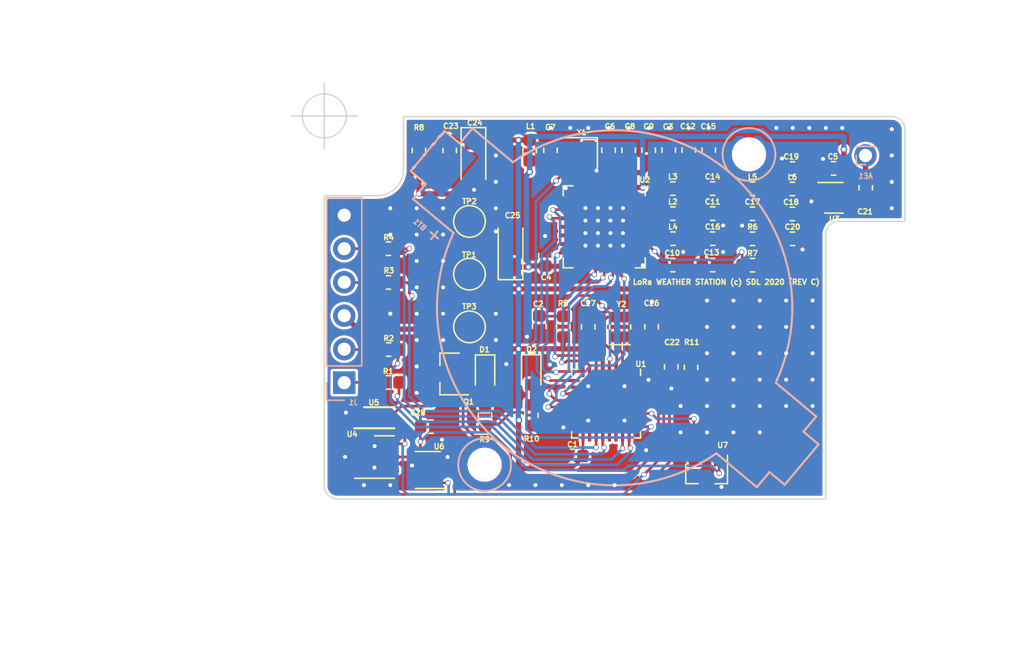
<source format=kicad_pcb>
(kicad_pcb (version 20171130) (host pcbnew 5.1.6-c6e7f7d~86~ubuntu18.04.1)
  (title_block (title NiMHRegulator) (date "24 jun 2013") (company SDL))
  (layers (0 TOP signal) (31 BOTTOM signal) (34 B.Paste user) (35 F.Paste user) (36 B.SilkS user) (37 F.SilkS user) (38 B.Mask user) (39 F.Mask user) (44 Edge.Cuts user))
  (net 0 "")
  (net 1 GND)
  (net 2 LORA_MOSI)
  (net 3 LORA_MISO)
  (net 4 LORA_SCK)
  (net 5 LORA_NSS)
  (net 6 +BATT)
  (net 7 "Net-(C2-Pad1)")
  (net 8 "Net-(C6-Pad1)")
  (net 9 "Net-(C7-Pad1)")
  (net 10 "Net-(C8-Pad1)")
  (net 11 "Net-(C9-Pad1)")
  (net 12 "Net-(C10-Pad1)")
  (net 13 "Net-(C11-Pad1)")
  (net 14 "Net-(C12-Pad1)")
  (net 15 "Net-(C13-Pad1)")
  (net 16 "Net-(C14-Pad1)")
  (net 17 "Net-(C16-Pad1)")
  (net 18 "Net-(C17-Pad1)")
  (net 19 "Net-(C18-Pad1)")
  (net 20 "Net-(C20-Pad1)")
  (net 21 "Net-(C21-Pad2)")
  (net 22 "Net-(J1-Pad5)")
  (net 23 "Net-(J1-Pad4)")
  (net 24 "Net-(J1-Pad2)")
  (net 25 "Net-(J1-Pad1)")
  (net 26 "Net-(L2-Pad1)")
  (net 27 DBG_SWDIO)
  (net 28 DBG_SWCLK)
  (net 29 DBG_TX)
  (net 30 DBG_RX)
  (net 31 "Net-(R6-Pad1)")
  (net 32 "Net-(R7-Pad2)")
  (net 33 "Net-(U1-Pad26)")
  (net 34 LORA_RST)
  (net 35 "Net-(U1-Pad22)")
  (net 36 "Net-(U1-Pad21)")
  (net 37 "Net-(U1-Pad18)")
  (net 38 "Net-(U1-Pad10)")
  (net 39 LORA_REFCLK)
  (net 40 "Net-(U2-Pad24)")
  (net 41 "Net-(U2-Pad21)")
  (net 42 "Net-(U2-Pad13)")
  (net 43 "Net-(U2-Pad12)")
  (net 44 "Net-(U2-Pad11)")
  (net 45 "Net-(AE1-Pad1)")
  (net 46 "Net-(C26-Pad1)")
  (net 47 "Net-(C27-Pad1)")
  (net 48 SENSOR_SDA)
  (net 49 SENSOR_SCL)
  (net 50 "Net-(C28-Pad1)")
  (net 51 SENSOR_PWR)
  (net 52 "Net-(BT1-Pad1)")
  (net 53 +BATT_A)
  (net 54 "Net-(D1-Pad2)")
  (net 55 "Net-(D2-Pad2)")
  (net 56 "Net-(R9-Pad1)")
  (net 57 "Net-(R10-Pad1)")
  (net 58 "Net-(R11-Pad1)")
  (net 59 LORA_INT2)
  (net 60 LORA_INT1)
  (net 61 "Net-(U6-Pad5)")
  (net 62 "Net-(U6-Pad2)")
  (net 63 HALL)
  (module project_footprints:QFN-28-1EP_6x6mm_P0.65mm_EP4.8x4.8mm_ThermalVias (layer TOP) (at 93.01 44.2125 270)
    (fp_text reference U2 (at -3.5625 -3.08 180) (layer F.SilkS) (effects (font (size 0.4 0.4) (thickness 0.1))))
    (fp_text value SX1272IMLTRT)
    (pad 29 thru_hole circle (at -1.425 -1.425 270) (size 0.5 0.5) (drill 0.3) (layers *.Cu) (net 1 GND))
    (pad 29 thru_hole circle (at -0.475 -1.425 270) (size 0.5 0.5) (drill 0.3) (layers *.Cu) (net 1 GND))
    (pad 29 thru_hole circle (at 0.475 -1.425 270) (size 0.5 0.5) (drill 0.3) (layers *.Cu) (net 1 GND))
    (pad 29 thru_hole circle (at 1.425 -1.425 270) (size 0.5 0.5) (drill 0.3) (layers *.Cu) (net 1 GND))
    (pad 29 thru_hole circle (at -1.425 -0.475 270) (size 0.5 0.5) (drill 0.3) (layers *.Cu) (net 1 GND))
    (pad 29 thru_hole circle (at -0.475 -0.475 270) (size 0.5 0.5) (drill 0.3) (layers *.Cu) (net 1 GND))
    (pad 29 thru_hole circle (at 0.475 -0.475 270) (size 0.5 0.5) (drill 0.3) (layers *.Cu) (net 1 GND))
    (pad 29 thru_hole circle (at 1.425 -0.475 270) (size 0.5 0.5) (drill 0.3) (layers *.Cu) (net 1 GND))
    (pad 29 thru_hole circle (at -1.425 0.475 270) (size 0.5 0.5) (drill 0.3) (layers *.Cu) (net 1 GND))
    (pad 29 thru_hole circle (at -0.475 0.475 270) (size 0.5 0.5) (drill 0.3) (layers *.Cu) (net 1 GND))
    (pad 29 thru_hole circle (at 0.475 0.475 270) (size 0.5 0.5) (drill 0.3) (layers *.Cu) (net 1 GND))
    (pad 29 thru_hole circle (at 1.425 0.475 270) (size 0.5 0.5) (drill 0.3) (layers *.Cu) (net 1 GND))
    (pad 29 thru_hole circle (at -1.425 1.425 270) (size 0.5 0.5) (drill 0.3) (layers *.Cu) (net 1 GND))
    (pad 29 thru_hole circle (at -0.475 1.425 270) (size 0.5 0.5) (drill 0.3) (layers *.Cu) (net 1 GND))
    (pad 29 thru_hole circle (at 0.475 1.425 270) (size 0.5 0.5) (drill 0.3) (layers *.Cu) (net 1 GND))
    (pad 29 thru_hole circle (at 1.425 1.425 270) (size 0.5 0.5) (drill 0.3) (layers *.Cu) (net 1 GND))
    (pad 29 smd roundrect (at 0 0 270) (size 3.35 3.35) (layers BOTTOM) (roundrect_rratio 0.074627) (net 1 GND))
    (pad 1 smd roundrect (at -2.9875 -1.95 270) (size 0.775 0.3) (layers TOP F.Paste F.Mask) (net 53 +BATT_A))
    (pad 2 smd roundrect (at -2.9875 -1.3 270) (size 0.775 0.3) (layers TOP F.Paste F.Mask) (net 11 "Net-(C9-Pad1)"))
    (pad 3 smd roundrect (at -2.9875 -0.65 270) (size 0.775 0.3) (layers TOP F.Paste F.Mask) (net 10 "Net-(C8-Pad1)"))
    (pad 4 smd roundrect (at -2.9875 0 270) (size 0.775 0.3) (layers TOP F.Paste F.Mask) (net 8 "Net-(C6-Pad1)"))
    (pad 5 smd roundrect (at -2.9875 0.65 270) (size 0.775 0.3) (layers TOP F.Paste F.Mask) (net 9 "Net-(C7-Pad1)"))
    (pad 6 smd roundrect (at -2.9875 1.3 270) (size 0.775 0.3) (layers TOP F.Paste F.Mask) (net 34 LORA_RST))
    (pad 7 smd roundrect (at -2.9875 1.95 270) (size 0.775 0.3) (layers TOP F.Paste F.Mask) (net 1 GND))
    (pad 8 smd roundrect (at -1.95 2.9875 270) (size 0.3 0.775) (layers TOP F.Paste F.Mask) (net 1 GND))
    (pad 9 smd roundrect (at -1.3 2.9875 270) (size 0.3 0.775) (layers TOP F.Paste F.Mask) (net 60 LORA_INT1))
    (pad 10 smd roundrect (at -0.65 2.9875 270) (size 0.3 0.775) (layers TOP F.Paste F.Mask) (net 59 LORA_INT2))
    (pad 11 smd roundrect (at 0 2.9875 270) (size 0.3 0.775) (layers TOP F.Paste F.Mask) (net 44 "Net-(U2-Pad11)"))
    (pad 12 smd roundrect (at 0.65 2.9875 270) (size 0.3 0.775) (layers TOP F.Paste F.Mask) (net 43 "Net-(U2-Pad12)"))
    (pad 13 smd roundrect (at 1.3 2.9875 270) (size 0.3 0.775) (layers TOP F.Paste F.Mask) (net 42 "Net-(U2-Pad13)"))
    (pad 14 smd roundrect (at 1.95 2.9875 270) (size 0.3 0.775) (layers TOP F.Paste F.Mask) (net 39 LORA_REFCLK))
    (pad 15 smd roundrect (at 2.9875 1.95 270) (size 0.775 0.3) (layers TOP F.Paste F.Mask) (net 53 +BATT_A))
    (pad 16 smd roundrect (at 2.9875 1.3 270) (size 0.775 0.3) (layers TOP F.Paste F.Mask) (net 1 GND))
    (pad 17 smd roundrect (at 2.9875 0.65 270) (size 0.775 0.3) (layers TOP F.Paste F.Mask) (net 4 LORA_SCK))
    (pad 18 smd roundrect (at 2.9875 0 270) (size 0.775 0.3) (layers TOP F.Paste F.Mask) (net 3 LORA_MISO))
    (pad 19 smd roundrect (at 2.9875 -0.65 270) (size 0.775 0.3) (layers TOP F.Paste F.Mask) (net 2 LORA_MOSI))
    (pad 20 smd roundrect (at 2.9875 -1.3 270) (size 0.775 0.3) (layers TOP F.Paste F.Mask) (net 5 LORA_NSS))
    (pad 21 smd roundrect (at 2.9875 -1.95 270) (size 0.775 0.3) (layers TOP F.Paste F.Mask) (net 41 "Net-(U2-Pad21)"))
    (pad 22 smd roundrect (at 1.95 -2.9875 270) (size 0.3 0.775) (layers TOP F.Paste F.Mask) (net 1 GND))
    (pad 23 smd roundrect (at 1.3 -2.9875 270) (size 0.3 0.775) (layers TOP F.Paste F.Mask) (net 32 "Net-(R7-Pad2)"))
    (pad 24 smd roundrect (at 0.65 -2.9875 270) (size 0.3 0.775) (layers TOP F.Paste F.Mask) (net 40 "Net-(U2-Pad24)"))
    (pad 25 smd roundrect (at 0 -2.9875 270) (size 0.3 0.775) (layers TOP F.Paste F.Mask) (net 12 "Net-(C10-Pad1)"))
    (pad 26 smd roundrect (at -0.65 -2.9875 270) (size 0.3 0.775) (layers TOP F.Paste F.Mask) (net 1 GND))
    (pad 27 smd roundrect (at -1.3 -2.9875 270) (size 0.3 0.775) (layers TOP F.Paste F.Mask) (net 26 "Net-(L2-Pad1)"))
    (pad 28 smd roundrect (at -1.95 -2.9875 270) (size 0.3 0.775) (layers TOP F.Paste F.Mask) (net 14 "Net-(C12-Pad1)"))
  )
  (module Crystal:Crystal_SMD_MicroCrystal_CC8V-T1A-2Pin_2.0x1.2mm (layer TOP) (at 94.22 51.8 90)
    (fp_text reference Y2 (at 1.72 0.1 180) (layer F.SilkS) (effects (font (size 0.4 0.4) (thickness 0.1))))
    (fp_text value 32.768kHz)
    (pad 2 smd rect (at 0.75 0 90) (size 0.8 1.5) (layers TOP F.Paste F.Mask) (net 47 "Net-(C27-Pad1)"))
    (pad 1 smd rect (at -0.75 0 90) (size 0.8 1.5) (layers TOP F.Paste F.Mask) (net 46 "Net-(C26-Pad1)"))
  )
  (module Package_TO_SOT_SMD:SOT-23 (layer TOP) (at 81.32 55.37 180)
    (fp_text reference Q1 (at -1.42 -2.11) (layer F.SilkS) (effects (font (size 0.4 0.4) (thickness 0.1))))
    (fp_text value FDV304P)
    (pad 3 smd rect (at 1 0 180) (size 0.9 0.8) (layers TOP F.Paste F.Mask) (net 50 "Net-(C28-Pad1)"))
    (pad 2 smd rect (at -1 0.95 180) (size 0.9 0.8) (layers TOP F.Paste F.Mask) (net 6 +BATT))
    (pad 1 smd rect (at -1 -0.95 180) (size 0.9 0.8) (layers TOP F.Paste F.Mask) (net 51 SENSOR_PWR))
  )
  (module Package_TO_SOT_SMD:SOT-23 (layer TOP) (at 100.77 62.93 270)
    (fp_text reference U7 (at -2.16 -1.22 180) (layer F.SilkS) (effects (font (size 0.4 0.4) (thickness 0.1))))
    (fp_text value TLE4964-4M)
    (pad 3 smd rect (at 1 0 270) (size 0.9 0.8) (layers TOP F.Paste F.Mask) (net 1 GND))
    (pad 2 smd rect (at -1 0.95 270) (size 0.9 0.8) (layers TOP F.Paste F.Mask) (net 63 HALL))
    (pad 1 smd rect (at -1 -0.95 270) (size 0.9 0.8) (layers TOP F.Paste F.Mask) (net 50 "Net-(C28-Pad1)"))
  )
  (module project_footprints:PG-VGA-8-1 (layer TOP) (at 79.79 62.65)
    (fp_text reference U6 (at 0.71 -1.78) (layer F.SilkS) (effects (font (size 0.4 0.4) (thickness 0.1))))
    (fp_text value DPS310XTSA1)
    (pad 8 smd rect (at -0.71 -0.985) (size 0.35 0.35) (layers TOP F.Paste F.Mask) (net 50 "Net-(C28-Pad1)"))
    (pad 7 smd rect (at -0.71 -0.335) (size 0.35 0.35) (layers TOP F.Paste F.Mask) (net 1 GND))
    (pad 6 smd rect (at -0.71 0.315 90) (size 0.35 0.35) (layers TOP F.Paste F.Mask) (net 50 "Net-(C28-Pad1)"))
    (pad 5 smd rect (at -0.71 0.965 90) (size 0.35 0.35) (layers TOP F.Paste F.Mask) (net 61 "Net-(U6-Pad5)"))
    (pad 4 smd rect (at 0.7 0.975) (size 0.35 0.35) (layers TOP F.Paste F.Mask) (net 49 SENSOR_SCL))
    (pad 3 smd rect (at 0.7 0.325) (size 0.35 0.35) (layers TOP F.Paste F.Mask) (net 48 SENSOR_SDA))
    (pad 2 smd rect (at 0.7 -0.325 90) (size 0.35 0.35) (layers TOP F.Paste F.Mask) (net 62 "Net-(U6-Pad2)"))
    (pad 1 smd rect (at 0.7 -0.975 90) (size 0.35 0.35) (layers TOP F.Paste F.Mask) (net 1 GND))
  )
  (module project_footprints:SPRING_ANTENNA_868MHz (layer BOTTOM) (at 112.81 38.8)
    (fp_text reference AE1 (at 0 1.56) (layer B.SilkS) (effects (font (size 0.4 0.4) (thickness 0.1)) (justify mirror)))
    (fp_text value DNF)
    (pad 1 thru_hole circle (at 0 0) (size 1.7 1.7) (drill 1) (layers *.Cu *.Mask) (net 45 "Net-(AE1-Pad1)"))
  )
  (module Resistor_SMD:R_0603_1608Metric (layer TOP) (at 76.68 53.52 180)
    (fp_text reference R2 (at 0.0025 0.85) (layer F.SilkS) (effects (font (size 0.4 0.4) (thickness 0.1))))
    (fp_text value 0R)
    (pad 2 smd roundrect (at 0.7875 0 180) (size 0.875 0.95) (layers TOP F.Paste F.Mask) (net 24 "Net-(J1-Pad2)"))
    (pad 1 smd roundrect (at -0.7875 0 180) (size 0.875 0.95) (layers TOP F.Paste F.Mask) (net 28 DBG_SWCLK))
  )
  (module Connector_PinHeader_2.54mm:PinHeader_1x06_P2.54mm_Vertical (layer BOTTOM) (at 73.31 56.03)
    (fp_text reference J1 (at 0.68 1.51) (layer B.SilkS) (effects (font (size 0.4 0.4) (thickness 0.1)) (justify mirror)))
    (fp_text value Conn_01x06)
    (pad 6 thru_hole oval (at 0 -12.7) (size 1.7 1.7) (drill 1) (layers *.Cu *.Mask) (net 1 GND))
    (pad 5 thru_hole oval (at 0 -10.16) (size 1.7 1.7) (drill 1) (layers *.Cu *.Mask) (net 22 "Net-(J1-Pad5)"))
    (pad 4 thru_hole oval (at 0 -7.62) (size 1.7 1.7) (drill 1) (layers *.Cu *.Mask) (net 23 "Net-(J1-Pad4)"))
    (pad 3 thru_hole oval (at 0 -5.08) (size 1.7 1.7) (drill 1) (layers *.Cu *.Mask) (net 6 +BATT))
    (pad 2 thru_hole oval (at 0 -2.54) (size 1.7 1.7) (drill 1) (layers *.Cu *.Mask) (net 24 "Net-(J1-Pad2)"))
    (pad 1 thru_hole rect (at 0 0) (size 1.7 1.7) (drill 1) (layers *.Cu *.Mask) (net 25 "Net-(J1-Pad1)"))
  )
  (module Resistor_SMD:R_0603_1608Metric (layer TOP) (at 99.59 54.87 90)
    (fp_text reference R11 (at 1.91 0.06 180) (layer F.SilkS) (effects (font (size 0.4 0.4) (thickness 0.1))))
    (fp_text value 0R)
    (pad 2 smd roundrect (at 0.7875 0 90) (size 0.875 0.95) (layers TOP F.Paste F.Mask) (net 1 GND))
    (pad 1 smd roundrect (at -0.7875 0 90) (size 0.875 0.95) (layers TOP F.Paste F.Mask) (net 58 "Net-(R11-Pad1)"))
  )
  (module Resistor_SMD:R_0603_1608Metric (layer TOP) (at 87.49 58.5075 90)
    (fp_text reference R10 (at -1.7825 0.02 180) (layer F.SilkS) (effects (font (size 0.4 0.4) (thickness 0.1))))
    (fp_text value 180R)
    (pad 2 smd roundrect (at 0.7875 0 90) (size 0.875 0.95) (layers TOP F.Paste F.Mask) (net 55 "Net-(D2-Pad2)"))
    (pad 1 smd roundrect (at -0.7875 0 90) (size 0.875 0.95) (layers TOP F.Paste F.Mask) (net 57 "Net-(R10-Pad1)"))
  )
  (module Resistor_SMD:R_0603_1608Metric (layer TOP) (at 83.98 58.5175 90)
    (fp_text reference R9 (at -1.8175 -0.02 180) (layer F.SilkS) (effects (font (size 0.4 0.4) (thickness 0.1))))
    (fp_text value 180R)
    (pad 2 smd roundrect (at 0.7875 0 90) (size 0.875 0.95) (layers TOP F.Paste F.Mask) (net 54 "Net-(D1-Pad2)"))
    (pad 1 smd roundrect (at -0.7875 0 90) (size 0.875 0.95) (layers TOP F.Paste F.Mask) (net 56 "Net-(R9-Pad1)"))
  )
  (module Diode_SMD:D_0603_1608Metric (layer TOP) (at 87.48 55.4 270)
    (fp_text reference D2 (at -1.89 -0.03 180) (layer F.SilkS) (effects (font (size 0.4 0.4) (thickness 0.1))))
    (fp_text value LTST-C190KGKT)
    (pad 2 smd roundrect (at 0.7875 0 270) (size 0.875 0.95) (layers TOP F.Paste F.Mask) (net 55 "Net-(D2-Pad2)"))
    (pad 1 smd roundrect (at -0.7875 0 270) (size 0.875 0.95) (layers TOP F.Paste F.Mask) (net 1 GND))
  )
  (module Diode_SMD:D_0603_1608Metric (layer TOP) (at 83.98 55.41 270)
    (fp_text reference D1 (at -1.89 0.04 180) (layer F.SilkS) (effects (font (size 0.4 0.4) (thickness 0.1))))
    (fp_text value LTST-C190KRKT)
    (pad 2 smd roundrect (at 0.7875 0 270) (size 0.875 0.95) (layers TOP F.Paste F.Mask) (net 54 "Net-(D1-Pad2)"))
    (pad 1 smd roundrect (at -0.7875 0 270) (size 0.875 0.95) (layers TOP F.Paste F.Mask) (net 1 GND))
  )
  (module TestPoint:TestPoint_Pad_D2.0mm (layer TOP) (at 82.8 51.8)
    (fp_text reference TP3 (at -0.01 -1.54) (layer F.SilkS) (effects (font (size 0.4 0.4) (thickness 0.1))))
    (fp_text value DNF)
    (pad 1 smd circle (at 0 0) (size 2 2) (layers TOP F.Mask) (net 1 GND))
  )
  (module TestPoint:TestPoint_Pad_D2.0mm (layer TOP) (at 82.8 43.8)
    (fp_text reference TP2 (at 0 -1.52) (layer F.SilkS) (effects (font (size 0.4 0.4) (thickness 0.1))))
    (fp_text value DNF)
    (pad 1 smd circle (at 0 0) (size 2 2) (layers TOP F.Mask) (net 52 "Net-(BT1-Pad1)"))
  )
  (module TestPoint:TestPoint_Pad_D2.0mm (layer TOP) (at 82.8 47.8)
    (fp_text reference TP1 (at -0.02 -1.47) (layer F.SilkS) (effects (font (size 0.4 0.4) (thickness 0.1))))
    (fp_text value DNF)
    (pad 1 smd circle (at 0 0) (size 2 2) (layers TOP F.Mask) (net 6 +BATT))
  )
  (module Resistor_SMD:R_0603_1608Metric (layer TOP) (at 78.97 38.42 270)
    (fp_text reference R8 (at -1.74 0 180) (layer F.SilkS) (effects (font (size 0.4 0.4) (thickness 0.1))))
    (fp_text value 0R)
    (pad 2 smd roundrect (at 0.7875 0 270) (size 0.875 0.95) (layers TOP F.Paste F.Mask) (net 52 "Net-(BT1-Pad1)"))
    (pad 1 smd roundrect (at -0.7875 0 270) (size 0.875 0.95) (layers TOP F.Paste F.Mask) (net 6 +BATT))
  )
  (module project_footprints:OPLGA (layer TOP) (at 75.56 58.69)
    (fp_text reference U5 (at 0 -1.15) (layer F.SilkS) (effects (font (size 0.4 0.4) (thickness 0.1))))
    (fp_text value VEML6040A3OG)
    (pad 4 smd rect (at 1 -0.35 90) (size 0.35 0.9) (layers TOP F.Paste F.Mask) (net 50 "Net-(C28-Pad1)"))
    (pad 3 smd rect (at 0.95 0.35 90) (size 0.35 1) (layers TOP F.Paste F.Mask) (net 49 SENSOR_SCL))
    (pad 2 smd rect (at -1 0.35 90) (size 0.35 0.9) (layers TOP F.Paste F.Mask) (net 48 SENSOR_SDA))
    (pad 1 smd rect (at -1 -0.35 90) (size 0.35 0.9) (layers TOP F.Paste F.Mask) (net 1 GND))
  )
  (module Capacitor_SMD:C_0603_1608Metric (layer TOP) (at 79.89 59.36)
    (fp_text reference C28 (at -1 -1.06) (layer F.SilkS) (effects (font (size 0.4 0.4) (thickness 0.1))))
    (fp_text value 100n)
    (pad 2 smd roundrect (at 0.7875 0) (size 0.875 0.95) (layers TOP F.Paste F.Mask) (net 1 GND))
    (pad 1 smd roundrect (at -0.7875 0) (size 0.875 0.95) (layers TOP F.Paste F.Mask) (net 50 "Net-(C28-Pad1)"))
  )
  (module Capacitor_SMD:C_0603_1608Metric (layer TOP) (at 91.8 51.8 90)
    (fp_text reference C27 (at 1.79 -0.01 180) (layer F.SilkS) (effects (font (size 0.4 0.4) (thickness 0.1))))
    (fp_text value 15p)
    (pad 2 smd roundrect (at 0.7875 0 90) (size 0.875 0.95) (layers TOP F.Paste F.Mask) (net 1 GND))
    (pad 1 smd roundrect (at -0.7875 0 90) (size 0.875 0.95) (layers TOP F.Paste F.Mask) (net 47 "Net-(C27-Pad1)"))
  )
  (module Capacitor_SMD:C_0603_1608Metric (layer TOP) (at 96.6 51.8 90)
    (fp_text reference C26 (at 1.8 0 180) (layer F.SilkS) (effects (font (size 0.4 0.4) (thickness 0.1))))
    (fp_text value 15p)
    (pad 2 smd roundrect (at 0.7875 0 90) (size 0.875 0.95) (layers TOP F.Paste F.Mask) (net 1 GND))
    (pad 1 smd roundrect (at -0.7875 0 90) (size 0.875 0.95) (layers TOP F.Paste F.Mask) (net 46 "Net-(C26-Pad1)"))
  )
  (module Capacitor_Tantalum_SMD:CP_EIA-3216-10_Kemet-I (layer TOP) (at 85.91 45.91 90)
    (fp_text reference C25 (at 2.56 0.16 180) (layer F.SilkS) (effects (font (size 0.4 0.4) (thickness 0.1))))
    (fp_text value 10u)
    (pad 2 smd roundrect (at 1.35 0 90) (size 1.4 1.35) (layers TOP F.Paste F.Mask) (roundrect_rratio 0.185185) (net 1 GND))
    (pad 1 smd roundrect (at -1.35 0 90) (size 1.4 1.35) (layers TOP F.Paste F.Mask) (roundrect_rratio 0.185185) (net 53 +BATT_A))
  )
  (module Capacitor_Tantalum_SMD:CP_EIA-3216-10_Kemet-I (layer TOP) (at 83.1 39 270)
    (fp_text reference C24 (at -2.68 -0.1 180) (layer F.SilkS) (effects (font (size 0.4 0.4) (thickness 0.1))))
    (fp_text value 10u)
    (pad 2 smd roundrect (at 1.35 0 270) (size 1.4 1.35) (layers TOP F.Paste F.Mask) (roundrect_rratio 0.185185) (net 1 GND))
    (pad 1 smd roundrect (at -1.35 0 270) (size 1.4 1.35) (layers TOP F.Paste F.Mask) (roundrect_rratio 0.185185) (net 6 +BATT))
  )
  (module Capacitor_SMD:C_0603_1608Metric (layer TOP) (at 81.3 38.42 270)
    (fp_text reference C23 (at -1.85 -0.09 180) (layer F.SilkS) (effects (font (size 0.4 0.4) (thickness 0.1))))
    (fp_text value 100n)
    (pad 2 smd roundrect (at 0.7875 0 270) (size 0.875 0.95) (layers TOP F.Paste F.Mask) (net 1 GND))
    (pad 1 smd roundrect (at -0.7875 0 270) (size 0.875 0.95) (layers TOP F.Paste F.Mask) (net 6 +BATT))
  )
  (module Capacitor_SMD:C_0603_1608Metric (layer TOP) (at 98.09 54.83 270)
    (fp_text reference C22 (at -1.86 -0.06 180) (layer F.SilkS) (effects (font (size 0.4 0.4) (thickness 0.1))))
    (fp_text value 100n)
    (pad 2 smd roundrect (at 0.7875 0 270) (size 0.875 0.95) (layers TOP F.Paste F.Mask) (net 1 GND))
    (pad 1 smd roundrect (at -0.7875 0 270) (size 0.875 0.95) (layers TOP F.Paste F.Mask) (net 6 +BATT))
  )
  (module project_footprints:BatteryHolder_SMTU2477N-LF (layer BOTTOM) (at 93.8 50.35 320)
    (fp_text reference BT1 (at -15.364038 4.667893 320) (layer B.SilkS) (effects (font (size 0.4 0.4) (thickness 0.1)) (justify mirror)))
    (fp_text value "SMTU 2477N-1-LF")
    (fp_text user + (at -14 4.499999 320) (layer B.SilkS) (effects (justify mirror)))
    (pad 2 smd rect (at 16.9 0 320) (size 3 4) (layers BOTTOM B.Paste B.Mask) (net 1 GND))
    (pad 1 smd rect (at -16.9 0 320) (size 3 4) (layers BOTTOM B.Paste B.Mask) (net 52 "Net-(BT1-Pad1)"))
  )
  (module Resistor_SMD:R_0603_1608Metric (layer TOP) (at 76.67 56.01 180)
    (fp_text reference R1 (at 0.03 0.84) (layer F.SilkS) (effects (font (size 0.4 0.4) (thickness 0.1))))
    (fp_text value 0R)
    (pad 2 smd roundrect (at 0.7875 0 180) (size 0.875 0.95) (layers TOP F.Paste F.Mask) (net 25 "Net-(J1-Pad1)"))
    (pad 1 smd roundrect (at -0.7875 0 180) (size 0.875 0.95) (layers TOP F.Paste F.Mask) (net 27 DBG_SWDIO))
  )
  (module Resistor_SMD:R_0603_1608Metric (layer TOP) (at 89.91 51.78 90)
    (fp_text reference R5 (at 1.76 -0.02 180) (layer F.SilkS) (effects (font (size 0.4 0.4) (thickness 0.1))))
    (fp_text value 10K)
    (pad 2 smd roundrect (at 0.7875 0 90) (size 0.875 0.95) (layers TOP F.Paste F.Mask) (net 7 "Net-(C2-Pad1)"))
    (pad 1 smd roundrect (at -0.7875 0 90) (size 0.875 0.95) (layers TOP F.Paste F.Mask) (net 6 +BATT))
  )
  (module Resistor_SMD:R_0603_1608Metric (layer TOP) (at 76.66 45.87 180)
    (fp_text reference R4 (at -0.0175 0.85) (layer F.SilkS) (effects (font (size 0.4 0.4) (thickness 0.1))))
    (fp_text value 0R)
    (pad 2 smd roundrect (at 0.7875 0 180) (size 0.875 0.95) (layers TOP F.Paste F.Mask) (net 22 "Net-(J1-Pad5)"))
    (pad 1 smd roundrect (at -0.7875 0 180) (size 0.875 0.95) (layers TOP F.Paste F.Mask) (net 30 DBG_RX))
  )
  (module Resistor_SMD:R_0603_1608Metric (layer TOP) (at 76.66 48.43 180)
    (fp_text reference R3 (at -0.0325 0.9) (layer F.SilkS) (effects (font (size 0.4 0.4) (thickness 0.1))))
    (fp_text value 0R)
    (pad 2 smd roundrect (at 0.7875 0 180) (size 0.875 0.95) (layers TOP F.Paste F.Mask) (net 23 "Net-(J1-Pad4)"))
    (pad 1 smd roundrect (at -0.7875 0 180) (size 0.875 0.95) (layers TOP F.Paste F.Mask) (net 29 DBG_TX))
  )
  (module Capacitor_SMD:C_0603_1608Metric (layer TOP) (at 88.09 51.75 270)
    (fp_text reference C2 (at -1.69 0.08 180) (layer F.SilkS) (effects (font (size 0.4 0.4) (thickness 0.1))))
    (fp_text value 100n)
    (pad 2 smd roundrect (at 0.7875 0 270) (size 0.875 0.95) (layers TOP F.Paste F.Mask) (net 1 GND))
    (pad 1 smd roundrect (at -0.7875 0 270) (size 0.875 0.95) (layers TOP F.Paste F.Mask) (net 7 "Net-(C2-Pad1)"))
  )
  (module Package_TO_SOT_SMD:SOT-363_SC-70-6 (layer TOP) (at 110.41 42.01)
    (fp_text reference U3 (at 0.04 1.61 180) (layer F.SilkS) (effects (font (size 0.4 0.4) (thickness 0.1))))
    (fp_text value PE4259)
    (pad 6 smd rect (at 0.95 -0.65) (size 0.65 0.4) (layers TOP F.Paste F.Mask) (net 53 +BATT_A))
    (pad 4 smd rect (at 0.95 0.65) (size 0.65 0.4) (layers TOP F.Paste F.Mask) (net 20 "Net-(C20-Pad1)"))
    (pad 2 smd rect (at -0.95 0) (size 0.65 0.4) (layers TOP F.Paste F.Mask) (net 1 GND))
    (pad 5 smd rect (at 0.95 0) (size 0.65 0.4) (layers TOP F.Paste F.Mask) (net 21 "Net-(C21-Pad2)"))
    (pad 3 smd rect (at -0.95 0.65) (size 0.65 0.4) (layers TOP F.Paste F.Mask) (net 31 "Net-(R6-Pad1)"))
    (pad 1 smd rect (at -0.95 -0.65) (size 0.65 0.4) (layers TOP F.Paste F.Mask) (net 19 "Net-(C18-Pad1)"))
  )
  (module Package_DFN_QFN:DFN-6-1EP_3x3mm_P1mm_EP1.5x2.4mm (layer TOP) (at 75.61 61.67)
    (fp_text reference U4 (at -1.7 -1.74) (layer F.SilkS) (effects (font (size 0.4 0.4) (thickness 0.1))))
    (fp_text value SI7006-A20-IM)
    (pad 7 smd rect (at 0 0) (size 1.5 2.4) (layers TOP F.Mask) (net 1 GND))
    (pad 6 smd roundrect (at 1.45 -1) (size 0.8 0.4) (layers TOP F.Paste F.Mask) (net 49 SENSOR_SCL))
    (pad 5 smd roundrect (at 1.45 0) (size 0.8 0.4) (layers TOP F.Paste F.Mask) (net 50 "Net-(C28-Pad1)"))
    (pad 4 smd roundrect (at 1.45 1) (size 0.8 0.4) (layers TOP F.Paste F.Mask))
    (pad 3 smd roundrect (at -1.45 1) (size 0.8 0.4) (layers TOP F.Paste F.Mask))
    (pad 2 smd roundrect (at -1.45 0) (size 0.8 0.4) (layers TOP F.Paste F.Mask) (net 1 GND))
    (pad 1 smd roundrect (at -1.45 -1) (size 0.8 0.4) (layers TOP F.Paste F.Mask) (net 48 SENSOR_SDA))
  )
  (module Package_DFN_QFN:QFN-32-1EP_5x5mm_P0.5mm_EP3.45x3.45mm (layer TOP) (at 93.15 57.62 270)
    (fp_text reference U1 (at -3 -2.64 180) (layer F.SilkS) (effects (font (size 0.4 0.4) (thickness 0.1))))
    (fp_text value STM32L432KCU6)
    (pad 32 smd roundrect (at -1.75 -2.4375 270) (size 0.25 0.875) (layers TOP F.Paste F.Mask) (net 1 GND))
    (pad 31 smd roundrect (at -1.25 -2.4375 270) (size 0.25 0.875) (layers TOP F.Paste F.Mask) (net 58 "Net-(R11-Pad1)"))
    (pad 30 smd roundrect (at -0.75 -2.4375 270) (size 0.25 0.875) (layers TOP F.Paste F.Mask) (net 48 SENSOR_SDA))
    (pad 29 smd roundrect (at -0.25 -2.4375 270) (size 0.25 0.875) (layers TOP F.Paste F.Mask) (net 49 SENSOR_SCL))
    (pad 28 smd roundrect (at 0.25 -2.4375 270) (size 0.25 0.875) (layers TOP F.Paste F.Mask) (net 51 SENSOR_PWR))
    (pad 27 smd roundrect (at 0.75 -2.4375 270) (size 0.25 0.875) (layers TOP F.Paste F.Mask) (net 63 HALL))
    (pad 26 smd roundrect (at 1.25 -2.4375 270) (size 0.25 0.875) (layers TOP F.Paste F.Mask) (net 33 "Net-(U1-Pad26)"))
    (pad 25 smd roundrect (at 1.75 -2.4375 270) (size 0.25 0.875) (layers TOP F.Paste F.Mask) (net 34 LORA_RST))
    (pad 24 smd roundrect (at 2.4375 -1.75 270) (size 0.875 0.25) (layers TOP F.Paste F.Mask) (net 28 DBG_SWCLK))
    (pad 23 smd roundrect (at 2.4375 -1.25 270) (size 0.875 0.25) (layers TOP F.Paste F.Mask) (net 27 DBG_SWDIO))
    (pad 22 smd roundrect (at 2.4375 -0.75 270) (size 0.875 0.25) (layers TOP F.Paste F.Mask) (net 35 "Net-(U1-Pad22)"))
    (pad 21 smd roundrect (at 2.4375 -0.25 270) (size 0.875 0.25) (layers TOP F.Paste F.Mask) (net 36 "Net-(U1-Pad21)"))
    (pad 20 smd roundrect (at 2.4375 0.25 270) (size 0.875 0.25) (layers TOP F.Paste F.Mask) (net 30 DBG_RX))
    (pad 19 smd roundrect (at 2.4375 0.75 270) (size 0.875 0.25) (layers TOP F.Paste F.Mask) (net 29 DBG_TX))
    (pad 18 smd roundrect (at 2.4375 1.25 270) (size 0.875 0.25) (layers TOP F.Paste F.Mask) (net 37 "Net-(U1-Pad18)"))
    (pad 17 smd roundrect (at 2.4375 1.75 270) (size 0.875 0.25) (layers TOP F.Paste F.Mask) (net 6 +BATT))
    (pad 16 smd roundrect (at 1.75 2.4375 270) (size 0.25 0.875) (layers TOP F.Paste F.Mask) (net 1 GND))
    (pad 15 smd roundrect (at 1.25 2.4375 270) (size 0.25 0.875) (layers TOP F.Paste F.Mask) (net 57 "Net-(R10-Pad1)"))
    (pad 14 smd roundrect (at 0.75 2.4375 270) (size 0.25 0.875) (layers TOP F.Paste F.Mask) (net 56 "Net-(R9-Pad1)"))
    (pad 13 smd roundrect (at 0.25 2.4375 270) (size 0.25 0.875) (layers TOP F.Paste F.Mask) (net 2 LORA_MOSI))
    (pad 12 smd roundrect (at -0.25 2.4375 270) (size 0.25 0.875) (layers TOP F.Paste F.Mask) (net 3 LORA_MISO))
    (pad 11 smd roundrect (at -0.75 2.4375 270) (size 0.25 0.875) (layers TOP F.Paste F.Mask) (net 5 LORA_NSS))
    (pad 10 smd roundrect (at -1.25 2.4375 270) (size 0.25 0.875) (layers TOP F.Paste F.Mask) (net 38 "Net-(U1-Pad10)"))
    (pad 9 smd roundrect (at -1.75 2.4375 270) (size 0.25 0.875) (layers TOP F.Paste F.Mask) (net 59 LORA_INT2))
    (pad 8 smd roundrect (at -2.4375 1.75 270) (size 0.875 0.25) (layers TOP F.Paste F.Mask) (net 60 LORA_INT1))
    (pad 7 smd roundrect (at -2.4375 1.25 270) (size 0.875 0.25) (layers TOP F.Paste F.Mask) (net 4 LORA_SCK))
    (pad 6 smd roundrect (at -2.4375 0.75 270) (size 0.875 0.25) (layers TOP F.Paste F.Mask) (net 39 LORA_REFCLK))
    (pad 5 smd roundrect (at -2.4375 0.25 270) (size 0.875 0.25) (layers TOP F.Paste F.Mask) (net 6 +BATT))
    (pad 4 smd roundrect (at -2.4375 -0.25 270) (size 0.875 0.25) (layers TOP F.Paste F.Mask) (net 7 "Net-(C2-Pad1)"))
    (pad 3 smd roundrect (at -2.4375 -0.75 270) (size 0.875 0.25) (layers TOP F.Paste F.Mask) (net 47 "Net-(C27-Pad1)"))
    (pad 2 smd roundrect (at -2.4375 -1.25 270) (size 0.875 0.25) (layers TOP F.Paste F.Mask) (net 46 "Net-(C26-Pad1)"))
    (pad 1 smd roundrect (at -2.4375 -1.75 270) (size 0.875 0.25) (layers TOP F.Paste F.Mask) (net 6 +BATT))
    (pad 33 smd roundrect (at 0 0 270) (size 3.45 3.45) (layers TOP F.Mask) (roundrect_rratio 0.072464) (net 1 GND))
  )
  (module Crystal:Crystal_SMD_2016-4Pin_2.0x1.6mm (layer TOP) (at 91.14 38.6 180)
    (fp_text reference Y1 (at -0.16 1.55) (layer F.SilkS) (effects (font (size 0.4 0.4) (thickness 0.1))))
    (fp_text value 32MHz)
    (pad 4 smd rect (at -0.7 -0.55 180) (size 0.9 0.8) (layers TOP F.Paste F.Mask) (net 1 GND))
    (pad 3 smd rect (at 0.7 -0.55 180) (size 0.9 0.8) (layers TOP F.Paste F.Mask) (net 9 "Net-(C7-Pad1)"))
    (pad 2 smd rect (at 0.7 0.55 180) (size 0.9 0.8) (layers TOP F.Paste F.Mask) (net 1 GND))
    (pad 1 smd rect (at -0.7 0.55 180) (size 0.9 0.8) (layers TOP F.Paste F.Mask) (net 8 "Net-(C6-Pad1)"))
  )
  (module Resistor_SMD:R_0603_1608Metric (layer TOP) (at 104.25 47.12 180)
    (fp_text reference R7 (at 0 0.9) (layer F.SilkS) (effects (font (size 0.4 0.4) (thickness 0.1))))
    (fp_text value 1K)
    (pad 2 smd roundrect (at 0.7875 0 180) (size 0.875 0.95) (layers TOP F.Paste F.Mask) (net 32 "Net-(R7-Pad2)"))
    (pad 1 smd roundrect (at -0.7875 0 180) (size 0.875 0.95) (layers TOP F.Paste F.Mask) (net 20 "Net-(C20-Pad1)"))
  )
  (module Resistor_SMD:R_0603_1608Metric (layer TOP) (at 104.25 45.12 180)
    (fp_text reference R6 (at 0 0.9) (layer F.SilkS) (effects (font (size 0.4 0.4) (thickness 0.1))))
    (fp_text value 0R)
    (pad 2 smd roundrect (at 0.7875 0 180) (size 0.875 0.95) (layers TOP F.Paste F.Mask) (net 17 "Net-(C16-Pad1)"))
    (pad 1 smd roundrect (at -0.7875 0 180) (size 0.875 0.95) (layers TOP F.Paste F.Mask) (net 31 "Net-(R6-Pad1)"))
  )
  (module Inductor_SMD:L_0603_1608Metric (layer TOP) (at 107.27 41.34)
    (fp_text reference L6 (at 0 -0.9) (layer F.SilkS) (effects (font (size 0.4 0.4) (thickness 0.1))))
    (fp_text value 5n6)
    (pad 2 smd roundrect (at 0.7875 0) (size 0.875 0.95) (layers TOP F.Paste F.Mask) (net 19 "Net-(C18-Pad1)"))
    (pad 1 smd roundrect (at -0.7875 0) (size 0.875 0.95) (layers TOP F.Paste F.Mask) (net 18 "Net-(C17-Pad1)"))
  )
  (module Inductor_SMD:L_0603_1608Metric (layer TOP) (at 104.25 41.32)
    (fp_text reference L5 (at 0 -0.9) (layer F.SilkS) (effects (font (size 0.4 0.4) (thickness 0.1))))
    (fp_text value 5n6)
    (pad 2 smd roundrect (at 0.7875 0) (size 0.875 0.95) (layers TOP F.Paste F.Mask) (net 18 "Net-(C17-Pad1)"))
    (pad 1 smd roundrect (at -0.7875 0) (size 0.875 0.95) (layers TOP F.Paste F.Mask) (net 16 "Net-(C14-Pad1)"))
  )
  (module Inductor_SMD:L_0603_1608Metric (layer TOP) (at 98.2225 45.11)
    (fp_text reference L4 (at 0 -0.9) (layer F.SilkS) (effects (font (size 0.4 0.4) (thickness 0.1))))
    (fp_text value 12n)
    (pad 2 smd roundrect (at 0.7875 0) (size 0.875 0.95) (layers TOP F.Paste F.Mask) (net 15 "Net-(C13-Pad1)"))
    (pad 1 smd roundrect (at -0.7875 0) (size 0.875 0.95) (layers TOP F.Paste F.Mask) (net 12 "Net-(C10-Pad1)"))
  )
  (module Inductor_SMD:L_0603_1608Metric (layer TOP) (at 98.21 41.31)
    (fp_text reference L3 (at 0 -0.9) (layer F.SilkS) (effects (font (size 0.4 0.4) (thickness 0.1))))
    (fp_text value 33n)
    (pad 2 smd roundrect (at 0.7875 0) (size 0.875 0.95) (layers TOP F.Paste F.Mask) (net 13 "Net-(C11-Pad1)"))
    (pad 1 smd roundrect (at -0.7875 0) (size 0.875 0.95) (layers TOP F.Paste F.Mask) (net 14 "Net-(C12-Pad1)"))
  )
  (module Inductor_SMD:L_0603_1608Metric (layer TOP) (at 98.21 43.21)
    (fp_text reference L2 (at 0 -0.9) (layer F.SilkS) (effects (font (size 0.4 0.4) (thickness 0.1))))
    (fp_text value 2n2)
    (pad 2 smd roundrect (at 0.7875 0) (size 0.875 0.95) (layers TOP F.Paste F.Mask) (net 13 "Net-(C11-Pad1)"))
    (pad 1 smd roundrect (at -0.7875 0) (size 0.875 0.95) (layers TOP F.Paste F.Mask) (net 26 "Net-(L2-Pad1)"))
  )
  (module Inductor_SMD:L_0603_1608Metric (layer TOP) (at 87.36 38.42 270)
    (fp_text reference L1 (at -1.83 -0.07 180) (layer F.SilkS) (effects (font (size 0.4 0.4) (thickness 0.1))))
    (fp_text value 33n)
    (pad 2 smd roundrect (at 0.7875 0 270) (size 0.875 0.95) (layers TOP F.Paste F.Mask) (net 53 +BATT_A))
    (pad 1 smd roundrect (at -0.7875 0 270) (size 0.875 0.95) (layers TOP F.Paste F.Mask) (net 6 +BATT))
  )
  (module Capacitor_SMD:C_0603_1608Metric (layer TOP) (at 88.55 46.39 90)
    (fp_text reference C4 (at -1.65 0.06 180) (layer F.SilkS) (effects (font (size 0.4 0.4) (thickness 0.1))))
    (fp_text value 100n)
    (pad 2 smd roundrect (at 0.7875 0 90) (size 0.875 0.95) (layers TOP F.Paste F.Mask) (net 1 GND))
    (pad 1 smd roundrect (at -0.7875 0 90) (size 0.875 0.95) (layers TOP F.Paste F.Mask) (net 53 +BATT_A))
  )
  (module Capacitor_SMD:C_0603_1608Metric (layer TOP) (at 97.9 38.39 90)
    (fp_text reference C3 (at 1.77 -0.05 180) (layer F.SilkS) (effects (font (size 0.4 0.4) (thickness 0.1))))
    (fp_text value 100n)
    (pad 2 smd roundrect (at 0.7875 0 90) (size 0.875 0.95) (layers TOP F.Paste F.Mask) (net 1 GND))
    (pad 1 smd roundrect (at -0.7875 0 90) (size 0.875 0.95) (layers TOP F.Paste F.Mask) (net 53 +BATT_A))
  )
  (module Capacitor_SMD:C_0603_1608Metric (layer TOP) (at 110.39 39.78 180)
    (fp_text reference C5 (at 0.05 0.89) (layer F.SilkS) (effects (font (size 0.4 0.4) (thickness 0.1))))
    (fp_text value 100n)
    (pad 2 smd roundrect (at 0.7875 0 180) (size 0.875 0.95) (layers TOP F.Paste F.Mask) (net 1 GND))
    (pad 1 smd roundrect (at -0.7875 0 180) (size 0.875 0.95) (layers TOP F.Paste F.Mask) (net 53 +BATT_A))
  )
  (module Capacitor_SMD:C_0603_1608Metric (layer TOP) (at 112.83 41.25 270)
    (fp_text reference C21 (at 1.81 0.05 180) (layer F.SilkS) (effects (font (size 0.4 0.4) (thickness 0.1))))
    (fp_text value 47p)
    (pad 2 smd roundrect (at 0.7875 0 270) (size 0.875 0.95) (layers TOP F.Paste F.Mask) (net 21 "Net-(C21-Pad2)"))
    (pad 1 smd roundrect (at -0.7875 0 270) (size 0.875 0.95) (layers TOP F.Paste F.Mask) (net 45 "Net-(AE1-Pad1)"))
  )
  (module Capacitor_SMD:C_0603_1608Metric (layer TOP) (at 107.28 45.12)
    (fp_text reference C20 (at 0 -0.9) (layer F.SilkS) (effects (font (size 0.4 0.4) (thickness 0.1))))
    (fp_text value 100p)
    (pad 2 smd roundrect (at 0.7875 0) (size 0.875 0.95) (layers TOP F.Paste F.Mask) (net 1 GND))
    (pad 1 smd roundrect (at -0.7875 0) (size 0.875 0.95) (layers TOP F.Paste F.Mask) (net 20 "Net-(C20-Pad1)"))
  )
  (module Capacitor_SMD:C_0603_1608Metric (layer TOP) (at 107.28 39.79 180)
    (fp_text reference C19 (at 0.1 0.9) (layer F.SilkS) (effects (font (size 0.4 0.4) (thickness 0.1))))
    (fp_text value 3p3)
    (pad 2 smd roundrect (at 0.7875 0 180) (size 0.875 0.95) (layers TOP F.Paste F.Mask) (net 1 GND))
    (pad 1 smd roundrect (at -0.7875 0 180) (size 0.875 0.95) (layers TOP F.Paste F.Mask) (net 19 "Net-(C18-Pad1)"))
  )
  (module Capacitor_SMD:C_0603_1608Metric (layer TOP) (at 107.27 43.24 180)
    (fp_text reference C18 (at 0.1 0.9) (layer F.SilkS) (effects (font (size 0.4 0.4) (thickness 0.1))))
    (fp_text value 1p5)
    (pad 2 smd roundrect (at 0.7875 0 180) (size 0.875 0.95) (layers TOP F.Paste F.Mask) (net 18 "Net-(C17-Pad1)"))
    (pad 1 smd roundrect (at -0.7875 0 180) (size 0.875 0.95) (layers TOP F.Paste F.Mask) (net 19 "Net-(C18-Pad1)"))
  )
  (module Capacitor_SMD:C_0603_1608Metric (layer TOP) (at 104.25 43.22 180)
    (fp_text reference C17 (at 0 0.9) (layer F.SilkS) (effects (font (size 0.4 0.4) (thickness 0.1))))
    (fp_text value 8p2)
    (pad 2 smd roundrect (at 0.7875 0 180) (size 0.875 0.95) (layers TOP F.Paste F.Mask) (net 1 GND))
    (pad 1 smd roundrect (at -0.7875 0 180) (size 0.875 0.95) (layers TOP F.Paste F.Mask) (net 18 "Net-(C17-Pad1)"))
  )
  (module Capacitor_SMD:C_0603_1608Metric (layer TOP) (at 101.23 45.11 180)
    (fp_text reference C16 (at 0 0.9) (layer F.SilkS) (effects (font (size 0.4 0.4) (thickness 0.1))))
    (fp_text value 47p)
    (pad 2 smd roundrect (at 0.7875 0 180) (size 0.875 0.95) (layers TOP F.Paste F.Mask) (net 15 "Net-(C13-Pad1)"))
    (pad 1 smd roundrect (at -0.7875 0 180) (size 0.875 0.95) (layers TOP F.Paste F.Mask) (net 17 "Net-(C16-Pad1)"))
  )
  (module Capacitor_SMD:C_0603_1608Metric (layer TOP) (at 101.23 47.11)
    (fp_text reference C13 (at -0.09 -0.95) (layer F.SilkS) (effects (font (size 0.4 0.4) (thickness 0.1))))
    (fp_text value 3p3)
    (pad 2 smd roundrect (at 0.7875 0) (size 0.875 0.95) (layers TOP F.Paste F.Mask) (net 1 GND))
    (pad 1 smd roundrect (at -0.7875 0) (size 0.875 0.95) (layers TOP F.Paste F.Mask) (net 15 "Net-(C13-Pad1)"))
  )
  (module Capacitor_SMD:C_0603_1608Metric (layer TOP) (at 100.93 38.39 90)
    (fp_text reference C15 (at 1.79 -0.03 180) (layer F.SilkS) (effects (font (size 0.4 0.4) (thickness 0.1))))
    (fp_text value 47p)
    (pad 2 smd roundrect (at 0.7875 0 90) (size 0.875 0.95) (layers TOP F.Paste F.Mask) (net 1 GND))
    (pad 1 smd roundrect (at -0.7875 0 90) (size 0.875 0.95) (layers TOP F.Paste F.Mask) (net 14 "Net-(C12-Pad1)"))
  )
  (module Capacitor_SMD:C_0603_1608Metric (layer TOP) (at 99.42 38.39 90)
    (fp_text reference C12 (at 1.8 -0.07 180) (layer F.SilkS) (effects (font (size 0.4 0.4) (thickness 0.1))))
    (fp_text value 10n)
    (pad 2 smd roundrect (at 0.7875 0 90) (size 0.875 0.95) (layers TOP F.Paste F.Mask) (net 1 GND))
    (pad 1 smd roundrect (at -0.7875 0 90) (size 0.875 0.95) (layers TOP F.Paste F.Mask) (net 14 "Net-(C12-Pad1)"))
  )
  (module Capacitor_SMD:C_0603_1608Metric (layer TOP) (at 98.21 47.11)
    (fp_text reference C10 (at -0.04 -0.91) (layer F.SilkS) (effects (font (size 0.4 0.4) (thickness 0.1))))
    (fp_text value DNF)
    (pad 2 smd roundrect (at 0.7875 0) (size 0.875 0.95) (layers TOP F.Paste F.Mask) (net 1 GND))
    (pad 1 smd roundrect (at -0.7875 0) (size 0.875 0.95) (layers TOP F.Paste F.Mask) (net 12 "Net-(C10-Pad1)"))
  )
  (module Capacitor_SMD:C_0603_1608Metric (layer TOP) (at 101.23 41.31 180)
    (fp_text reference C14 (at 0 0.9) (layer F.SilkS) (effects (font (size 0.4 0.4) (thickness 0.1))))
    (fp_text value 22p)
    (pad 2 smd roundrect (at 0.7875 0 180) (size 0.875 0.95) (layers TOP F.Paste F.Mask) (net 13 "Net-(C11-Pad1)"))
    (pad 1 smd roundrect (at -0.7875 0 180) (size 0.875 0.95) (layers TOP F.Paste F.Mask) (net 16 "Net-(C14-Pad1)"))
  )
  (module Capacitor_SMD:C_0603_1608Metric (layer TOP) (at 101.23 43.21)
    (fp_text reference C11 (at 0 -0.9) (layer F.SilkS) (effects (font (size 0.4 0.4) (thickness 0.1))))
    (fp_text value 8p2)
    (pad 2 smd roundrect (at 0.7875 0) (size 0.875 0.95) (layers TOP F.Paste F.Mask) (net 1 GND))
    (pad 1 smd roundrect (at -0.7875 0) (size 0.875 0.95) (layers TOP F.Paste F.Mask) (net 13 "Net-(C11-Pad1)"))
  )
  (module Capacitor_SMD:C_0603_1608Metric (layer TOP) (at 96.38 38.4 90)
    (fp_text reference C9 (at 1.8 0 180) (layer F.SilkS) (effects (font (size 0.4 0.4) (thickness 0.1))))
    (fp_text value 100n)
    (pad 2 smd roundrect (at 0.7875 0 90) (size 0.875 0.95) (layers TOP F.Paste F.Mask) (net 1 GND))
    (pad 1 smd roundrect (at -0.7875 0 90) (size 0.875 0.95) (layers TOP F.Paste F.Mask) (net 11 "Net-(C9-Pad1)"))
  )
  (module Capacitor_SMD:C_0603_1608Metric (layer TOP) (at 94.86 38.4 90)
    (fp_text reference C8 (at 1.8 0.1 180) (layer F.SilkS) (effects (font (size 0.4 0.4) (thickness 0.1))))
    (fp_text value 100n)
    (pad 2 smd roundrect (at 0.7875 0 90) (size 0.875 0.95) (layers TOP F.Paste F.Mask) (net 1 GND))
    (pad 1 smd roundrect (at -0.7875 0 90) (size 0.875 0.95) (layers TOP F.Paste F.Mask) (net 10 "Net-(C8-Pad1)"))
  )
  (module Capacitor_SMD:C_0603_1608Metric (layer TOP) (at 90.61 61.59 180)
    (fp_text reference C1 (at 0 0.87) (layer F.SilkS) (effects (font (size 0.4 0.4) (thickness 0.1))))
    (fp_text value 100n)
    (pad 2 smd roundrect (at 0.7875 0 180) (size 0.875 0.95) (layers TOP F.Paste F.Mask) (net 1 GND))
    (pad 1 smd roundrect (at -0.7875 0 180) (size 0.875 0.95) (layers TOP F.Paste F.Mask) (net 6 +BATT))
  )
  (module Capacitor_SMD:C_0603_1608Metric (layer TOP) (at 88.94 38.41 90)
    (fp_text reference C7 (at 1.75 -0.01 180) (layer F.SilkS) (effects (font (size 0.4 0.4) (thickness 0.1))))
    (fp_text value 10p)
    (pad 2 smd roundrect (at 0.7875 0 90) (size 0.875 0.95) (layers TOP F.Paste F.Mask) (net 1 GND))
    (pad 1 smd roundrect (at -0.7875 0 90) (size 0.875 0.95) (layers TOP F.Paste F.Mask) (net 9 "Net-(C7-Pad1)"))
  )
  (module Capacitor_SMD:C_0603_1608Metric (layer TOP) (at 93.34 38.4 90)
    (fp_text reference C6 (at 1.8 0.1 180) (layer F.SilkS) (effects (font (size 0.4 0.4) (thickness 0.1))))
    (fp_text value 10p)
    (pad 2 smd roundrect (at 0.7875 0 90) (size 0.875 0.95) (layers TOP F.Paste F.Mask) (net 1 GND))
    (pad 1 smd roundrect (at -0.7875 0 90) (size 0.875 0.95) (layers TOP F.Paste F.Mask) (net 8 "Net-(C6-Pad1)"))
  )
  (module MOUNTING_HOLE_2.2mm (layer BOTTOM) (at 103.98 38.72 180)
    (fp_text reference "MOUNTING_HOLE 2.2mm")
    (fp_text value VAL**)
    (pad "" np_thru_hole circle (at 0 0 180) (size 2.2 2.2) (drill 2.2) (layers *.Cu *.Mask B.SilkS))
  )
  (module MOUNTING_HOLE_2.2mm (layer BOTTOM) (at 83.95 62.25 180)
    (fp_text reference "MOUNTING_HOLE 2.2mm")
    (fp_text value VAL**)
    (pad "" np_thru_hole circle (at 0 0 180) (size 2.2 2.2) (drill 2.2) (layers *.Cu *.Mask B.SilkS))
  )
  (target plus (at 71.8 35.8) (size 5) (width 0.1) (layer Edge.Cuts))
  (gr_arc (start 110.8 44.8) (end 110.8 43.8) (angle -90) (layer Edge.Cuts) (width 0.1))
  (gr_text "LoRa WEATHER STATION (c) SDL 2020 (REV C)\n\n" (at 102.26 48.72) (layer F.SilkS) (effects (font (size 0.4 0.4) (thickness 0.1))))
  (gr_line (start 114.8 35.85) (end 77.8 35.85) (angle 90) (layer Edge.Cuts) (width 0.1))
  (gr_line (start 115.8 43.8) (end 110.8 43.8) (angle 90) (layer Edge.Cuts) (width 0.1))
  (gr_line (start 109.8 64.85) (end 109.8 44.8) (angle 90) (layer Edge.Cuts) (width 0.1))
  (gr_arc (start 75.8 39.85) (end 75.8 41.85) (angle -90) (layer Edge.Cuts) (width 0.1))
  (gr_line (start 115.8 36.85) (end 115.8 43.8) (angle 90) (layer Edge.Cuts) (width 0.1))
  (gr_line (start 77.8 39.85) (end 77.8 35.85) (angle 90) (layer Edge.Cuts) (width 0.1))
  (gr_line (start 75.8 41.85) (end 71.8 41.85) (angle 90) (layer Edge.Cuts) (width 0.1))
  (gr_line (start 71.8 63.85) (end 71.8 41.85) (angle 90) (layer Edge.Cuts) (width 0.1))
  (gr_arc (start 72.8 63.85) (end 71.8 63.85) (angle -90) (layer Edge.Cuts) (width 0.1))
  (gr_line (start 109.8 64.85) (end 72.8 64.85) (angle 90) (layer Edge.Cuts) (width 0.1))
  (gr_arc (start 114.8 36.85) (end 115.8 36.85) (angle -90) (layer Edge.Cuts) (width 0.1))
  (segment (start 102.0175 43.685) (end 102.02 43.6875) (width 0.4) (layer TOP) (net 1))
  (segment (start 102.0175 43.21) (end 102.0175 43.685) (width 0.4) (layer TOP) (net 1))
  (segment (start 102.02 43.6875) (end 102.02 44.11) (width 0.4) (layer TOP) (net 1))
  (via (at 102.02 44.11) (size 0.5) (drill 0.3) (layers TOP BOTTOM) (net 1))
  (segment (start 103.4625 43.695) (end 103.46 43.6975) (width 0.4) (layer TOP) (net 1))
  (segment (start 103.4625 43.22) (end 103.4625 43.695) (width 0.4) (layer TOP) (net 1))
  (segment (start 103.46 43.6975) (end 103.46 44.12) (width 0.4) (layer TOP) (net 1))
  (via (at 103.46 44.12) (size 0.5) (drill 0.3) (layers TOP BOTTOM) (net 1))
  (segment (start 102.0175 46.635) (end 102.02 46.6325) (width 0.4) (layer TOP) (net 1))
  (segment (start 102.0175 47.11) (end 102.0175 46.635) (width 0.4) (layer TOP) (net 1))
  (segment (start 102.02 46.6325) (end 102.02 46.12) (width 0.4) (layer TOP) (net 1))
  (via (at 102.02 46.12) (size 0.5) (drill 0.3) (layers TOP BOTTOM) (net 1))
  (segment (start 98.9975 46.635) (end 99 46.6325) (width 0.4) (layer TOP) (net 1))
  (segment (start 98.9975 47.11) (end 98.9975 46.635) (width 0.4) (layer TOP) (net 1))
  (segment (start 99 46.6325) (end 99 46.12) (width 0.4) (layer TOP) (net 1))
  (via (at 99 46.12) (size 0.5) (drill 0.3) (layers TOP BOTTOM) (net 1))
  (segment (start 83.13 41.06) (end 83.15 41.08) (width 0.4) (layer TOP) (net 1))
  (segment (start 83.13 40.36) (end 83.13 41.06) (width 0.4) (layer TOP) (net 1))
  (via (at 83.15 41.4) (size 0.5) (drill 0.3) (layers TOP BOTTOM) (net 1))
  (segment (start 83.15 41.08) (end 83.15 41.4) (width 0.4) (layer TOP) (net 1))
  (via (at 108.70751 42.283318) (size 0.5) (drill 0.3) (layers TOP BOTTOM) (net 1))
  (segment (start 108.957509 42.033319) (end 108.70751 42.283318) (width 0.4) (layer TOP) (net 1))
  (segment (start 108.980828 42.01) (end 108.957509 42.033319) (width 0.4) (layer TOP) (net 1))
  (segment (start 109.46 42.01) (end 108.980828 42.01) (width 0.4) (layer TOP) (net 1))
  (segment (start 106.4925 39.315) (end 106.48 39.3025) (width 0.4) (layer TOP) (net 1))
  (segment (start 106.4925 39.79) (end 106.4925 39.315) (width 0.4) (layer TOP) (net 1))
  (segment (start 106.48 39.3025) (end 106.48 39.03) (width 0.4) (layer TOP) (net 1))
  (via (at 106.48 39.03) (size 0.5) (drill 0.3) (layers TOP BOTTOM) (net 1))
  (segment (start 109.6025 39.305) (end 109.59 39.2925) (width 0.4) (layer TOP) (net 1))
  (segment (start 109.6025 39.78) (end 109.6025 39.305) (width 0.4) (layer TOP) (net 1))
  (segment (start 109.59 39.2925) (end 109.59 39.06) (width 0.4) (layer TOP) (net 1))
  (via (at 109.59 39.06) (size 0.5) (drill 0.3) (layers TOP BOTTOM) (net 1))
  (segment (start 92.03001 39.94001) (end 92.430807 39.94001) (width 0.2) (layer TOP) (net 1))
  (segment (start 91.84 39.15) (end 91.84 39.75) (width 0.2) (layer TOP) (net 1))
  (segment (start 91.84 39.75) (end 92.03001 39.94001) (width 0.2) (layer TOP) (net 1))
  (via (at 92.430807 39.94001) (size 0.5) (drill 0.3) (layers TOP BOTTOM) (net 1))
  (via (at 90.440002 36.70999) (size 0.5) (drill 0.3) (layers TOP BOTTOM) (net 1))
  (segment (start 90.44 38.05) (end 90.44 36.709992) (width 0.4) (layer TOP) (net 1))
  (segment (start 90.44 36.709992) (end 90.440002 36.70999) (width 0.4) (layer TOP) (net 1))
  (via (at 94.862925 36.70999) (size 0.5) (drill 0.3) (layers TOP BOTTOM) (net 1))
  (segment (start 94.86 36.712915) (end 94.862925 36.70999) (width 0.4) (layer TOP) (net 1))
  (via (at 93.34 36.70999) (size 0.5) (drill 0.3) (layers TOP BOTTOM) (net 1))
  (segment (start 93.34 37.6125) (end 93.34 36.70999) (width 0.4) (layer TOP) (net 1))
  (segment (start 94.86 37.6125) (end 94.86 36.712915) (width 0.4) (layer TOP) (net 1))
  (via (at 88.93564 36.70999) (size 0.5) (drill 0.3) (layers TOP BOTTOM) (net 1))
  (segment (start 88.94 36.71435) (end 88.93564 36.70999) (width 0.4) (layer TOP) (net 1))
  (segment (start 88.94 37.6225) (end 88.94 36.71435) (width 0.4) (layer TOP) (net 1))
  (segment (start 100.93 37.6025) (end 100.93 36.70999) (width 0.4) (layer TOP) (net 1))
  (via (at 96.38 36.70999) (size 0.5) (drill 0.3) (layers TOP BOTTOM) (net 1))
  (via (at 97.9 36.70999) (size 0.5) (drill 0.3) (layers TOP BOTTOM) (net 1))
  (segment (start 97.9 37.6025) (end 97.9 36.70999) (width 0.4) (layer TOP) (net 1))
  (segment (start 96.38 37.6125) (end 96.38 36.70999) (width 0.4) (layer TOP) (net 1))
  (via (at 99.42 36.70999) (size 0.5) (drill 0.3) (layers TOP BOTTOM) (net 1))
  (via (at 100.93 36.70999) (size 0.5) (drill 0.3) (layers TOP BOTTOM) (net 1))
  (segment (start 99.42 37.6025) (end 99.42 36.70999) (width 0.4) (layer TOP) (net 1))
  (via (at 95.94 47.13) (size 0.5) (drill 0.3) (layers TOP BOTTOM) (net 1))
  (via (at 95.94 47.13) (size 0.5) (drill 0.3) (layers TOP BOTTOM) (net 1))
  (via (at 90.09 41.28) (size 0.5) (drill 0.3) (layers TOP BOTTOM) (net 1))
  (via (at 84.8 44.56) (size 0.5) (drill 0.3) (layers TOP BOTTOM) (net 1))
  (segment (start 85.91 44.56) (end 84.830004 44.56) (width 0.4) (layer TOP) (net 1))
  (via (at 96.61 49.94) (size 0.5) (drill 0.3) (layers TOP BOTTOM) (net 1))
  (segment (start 96.6 49.95) (end 96.61 49.94) (width 0.4) (layer TOP) (net 1))
  (segment (start 96.6 51.0125) (end 96.6 49.95) (width 0.4) (layer TOP) (net 1))
  (segment (start 91.8 51.0125) (end 91.8 50.090733) (width 0.4) (layer TOP) (net 1))
  (via (at 91.79 49.97) (size 0.5) (drill 0.3) (layers TOP BOTTOM) (net 1))
  (segment (start 98.09 56.055) (end 98.1 56.065) (width 0.4) (layer TOP) (net 1))
  (segment (start 98.09 55.6175) (end 98.09 56.055) (width 0.4) (layer TOP) (net 1))
  (segment (start 98.1 56.065) (end 98.1 56.47) (width 0.4) (layer TOP) (net 1))
  (via (at 98.1 56.47) (size 0.5) (drill 0.3) (layers TOP BOTTOM) (net 1))
  (segment (start 94.84999 55.92001) (end 93.15 57.62) (width 0.2) (layer TOP) (net 1))
  (segment (start 95.09999 55.92001) (end 94.84999 55.92001) (width 0.2) (layer TOP) (net 1))
  (segment (start 95.15 55.87) (end 95.09999 55.92001) (width 0.2) (layer TOP) (net 1))
  (segment (start 95.5875 55.87) (end 95.15 55.87) (width 0.2) (layer TOP) (net 1))
  (segment (start 91.15 59.37) (end 90.7125 59.37) (width 0.2) (layer TOP) (net 1))
  (segment (start 91.20001 59.31999) (end 91.15 59.37) (width 0.2) (layer TOP) (net 1))
  (segment (start 91.45001 59.31999) (end 91.20001 59.31999) (width 0.2) (layer TOP) (net 1))
  (segment (start 93.15 57.62) (end 91.45001 59.31999) (width 0.2) (layer TOP) (net 1))
  (via (at 73.37 61.66) (size 0.5) (drill 0.3) (layers TOP BOTTOM) (net 1))
  (via (at 75.61 60.84) (size 0.5) (drill 0.3) (layers TOP BOTTOM) (net 1))
  (via (at 75.6 62.47) (size 0.5) (drill 0.3) (layers TOP BOTTOM) (net 1))
  (via (at 73.44 58.3) (size 0.5) (drill 0.3) (layers TOP BOTTOM) (net 1))
  (segment (start 73.45 58.31) (end 73.44 58.3) (width 0.2) (layer TOP) (net 1))
  (segment (start 74.5 58.31) (end 73.45 58.31) (width 0.2) (layer TOP) (net 1))
  (segment (start 73.38 61.67) (end 73.37 61.66) (width 0.2) (layer TOP) (net 1))
  (segment (start 74.16 61.67) (end 73.38 61.67) (width 0.2) (layer TOP) (net 1))
  (via (at 80.8 42.8) (size 0.5) (drill 0.3) (layers TOP BOTTOM) (net 1))
  (via (at 84.8 42.8) (size 0.5) (drill 0.3) (layers TOP BOTTOM) (net 1))
  (via (at 78.8 44.8) (size 0.5) (drill 0.3) (layers TOP BOTTOM) (net 1))
  (via (at 80.8 44.8) (size 0.5) (drill 0.3) (layers TOP BOTTOM) (net 1))
  (via (at 80.8 46.8) (size 0.5) (drill 0.3) (layers TOP BOTTOM) (net 1))
  (via (at 78.8 46.8) (size 0.5) (drill 0.3) (layers TOP BOTTOM) (net 1))
  (via (at 80.8 48.8) (size 0.5) (drill 0.3) (layers TOP BOTTOM) (net 1))
  (via (at 80.8 50.8) (size 0.5) (drill 0.3) (layers TOP BOTTOM) (net 1))
  (via (at 80.8 52.8) (size 0.5) (drill 0.3) (layers TOP BOTTOM) (net 1))
  (via (at 108.8 51.8) (size 0.5) (drill 0.3) (layers TOP BOTTOM) (net 1))
  (via (at 108.8 57.8) (size 0.5) (drill 0.3) (layers TOP BOTTOM) (net 1))
  (via (at 108.8 55.8) (size 0.5) (drill 0.3) (layers TOP BOTTOM) (net 1))
  (via (at 108.8 49.8) (size 0.5) (drill 0.3) (layers TOP BOTTOM) (net 1))
  (via (at 108.8 53.8) (size 0.5) (drill 0.3) (layers TOP BOTTOM) (net 1))
  (via (at 104.8 51.8) (size 0.5) (drill 0.3) (layers TOP BOTTOM) (net 1))
  (via (at 106.8 51.8) (size 0.5) (drill 0.3) (layers TOP BOTTOM) (net 1))
  (via (at 106.8 57.8) (size 0.5) (drill 0.3) (layers TOP BOTTOM) (net 1))
  (via (at 104.8 49.8) (size 0.5) (drill 0.3) (layers TOP BOTTOM) (net 1))
  (via (at 106.8 55.8) (size 0.5) (drill 0.3) (layers TOP BOTTOM) (net 1))
  (via (at 104.8 53.8) (size 0.5) (drill 0.3) (layers TOP BOTTOM) (net 1))
  (via (at 106.8 49.8) (size 0.5) (drill 0.3) (layers TOP BOTTOM) (net 1))
  (via (at 104.8 57.8) (size 0.5) (drill 0.3) (layers TOP BOTTOM) (net 1))
  (via (at 106.8 53.8) (size 0.5) (drill 0.3) (layers TOP BOTTOM) (net 1))
  (via (at 104.8 55.8) (size 0.5) (drill 0.3) (layers TOP BOTTOM) (net 1))
  (via (at 102.8 49.8) (size 0.5) (drill 0.3) (layers TOP BOTTOM) (net 1))
  (via (at 102.8 51.8) (size 0.5) (drill 0.3) (layers TOP BOTTOM) (net 1))
  (via (at 102.8 53.8) (size 0.5) (drill 0.3) (layers TOP BOTTOM) (net 1))
  (via (at 102.8 55.8) (size 0.5) (drill 0.3) (layers TOP BOTTOM) (net 1))
  (via (at 100.8 55.8) (size 0.5) (drill 0.3) (layers TOP BOTTOM) (net 1))
  (via (at 100.8 53.8) (size 0.5) (drill 0.3) (layers TOP BOTTOM) (net 1))
  (via (at 100.8 49.8) (size 0.5) (drill 0.3) (layers TOP BOTTOM) (net 1))
  (via (at 100.8 51.8) (size 0.5) (drill 0.3) (layers TOP BOTTOM) (net 1))
  (via (at 104.8 59.8) (size 0.5) (drill 0.3) (layers TOP BOTTOM) (net 1))
  (via (at 84.8 40.8) (size 0.5) (drill 0.3) (layers TOP BOTTOM) (net 1))
  (via (at 84.8 38.8) (size 0.5) (drill 0.3) (layers TOP BOTTOM) (net 1))
  (via (at 114.8 40.8) (size 0.5) (drill 0.3) (layers TOP BOTTOM) (net 1))
  (via (at 114.8 38.8) (size 0.5) (drill 0.3) (layers TOP BOTTOM) (net 1))
  (via (at 114.8 36.8) (size 0.5) (drill 0.3) (layers TOP BOTTOM) (net 1))
  (segment (start 81.33 40.36) (end 83.13 40.36) (width 0.4) (layer TOP) (net 1))
  (segment (start 81.31 40.34) (end 81.33 40.36) (width 0.4) (layer TOP) (net 1))
  (segment (start 81.31 39.5175) (end 81.31 40.34) (width 0.4) (layer TOP) (net 1))
  (via (at 78.8 42.8) (size 0.5) (drill 0.3) (layers TOP BOTTOM) (net 1))
  (via (at 76.8 42.8) (size 0.5) (drill 0.3) (layers TOP BOTTOM) (net 1))
  (via (at 76.8 44.8) (size 0.5) (drill 0.3) (layers TOP BOTTOM) (net 1))
  (via (at 76.8 63.8) (size 0.5) (drill 0.3) (layers TOP BOTTOM) (net 1))
  (via (at 74.8 63.8) (size 0.5) (drill 0.3) (layers TOP BOTTOM) (net 1))
  (via (at 85.8 63.8) (size 0.5) (drill 0.3) (layers TOP BOTTOM) (net 1))
  (via (at 87.8 63.8) (size 0.5) (drill 0.3) (layers TOP BOTTOM) (net 1))
  (via (at 89.8 63.8) (size 0.5) (drill 0.3) (layers TOP BOTTOM) (net 1))
  (via (at 91.8 63.8) (size 0.5) (drill 0.3) (layers TOP BOTTOM) (net 1))
  (via (at 93.8 63.8) (size 0.5) (drill 0.3) (layers TOP BOTTOM) (net 1))
  (via (at 91.8 58.9) (size 0.5) (drill 0.3) (layers TOP BOTTOM) (net 1))
  (via (at 91.8 56.3) (size 0.5) (drill 0.3) (layers TOP BOTTOM) (net 1))
  (via (at 94.55 56.3) (size 0.5) (drill 0.3) (layers TOP BOTTOM) (net 1))
  (via (at 94.55 58.9) (size 0.5) (drill 0.3) (layers TOP BOTTOM) (net 1))
  (via (at 96.37 55.81999) (size 0.5) (drill 0.3) (layers TOP BOTTOM) (net 1))
  (segment (start 96.31999 55.87) (end 96.37 55.81999) (width 0.2) (layer TOP) (net 1))
  (segment (start 95.5875 55.87) (end 96.31999 55.87) (width 0.2) (layer TOP) (net 1))
  (segment (start 85.49 54.6125) (end 85.48 54.6225) (width 0.4) (layer TOP) (net 1))
  (segment (start 87.48 54.6125) (end 85.49 54.6125) (width 0.4) (layer TOP) (net 1))
  (segment (start 85.48 54.6225) (end 84.3875 54.6225) (width 0.4) (layer TOP) (net 1))
  (via (at 85.59 54.62) (size 0.5) (drill 0.3) (layers TOP BOTTOM) (net 1))
  (segment (start 87.16251 52.5375) (end 87.16001 52.54) (width 0.4) (layer TOP) (net 1))
  (segment (start 88.09 52.5375) (end 87.16251 52.5375) (width 0.4) (layer TOP) (net 1))
  (via (at 87.16001 52.54) (size 0.5) (drill 0.3) (layers TOP BOTTOM) (net 1))
  (via (at 89.913104 59.42001) (size 0.5) (drill 0.3) (layers TOP BOTTOM) (net 1))
  (segment (start 90.7125 59.37) (end 89.963114 59.37) (width 0.2) (layer TOP) (net 1))
  (segment (start 89.8225 59.510614) (end 89.913104 59.42001) (width 0.4) (layer TOP) (net 1))
  (segment (start 89.8225 61.59) (end 89.8225 59.510614) (width 0.4) (layer TOP) (net 1))
  (segment (start 89.963114 59.37) (end 89.913104 59.42001) (width 0.2) (layer TOP) (net 1))
  (via (at 106.05 36.70999) (size 0.5) (drill 0.3) (layers TOP BOTTOM) (net 1))
  (via (at 107.3 36.70999) (size 0.5) (drill 0.3) (layers TOP BOTTOM) (net 1))
  (via (at 108.55 36.70999) (size 0.5) (drill 0.3) (layers TOP BOTTOM) (net 1))
  (via (at 109.8 36.70999) (size 0.5) (drill 0.3) (layers TOP BOTTOM) (net 1))
  (via (at 111.05 36.70999) (size 0.5) (drill 0.3) (layers TOP BOTTOM) (net 1))
  (via (at 91.8 36.70999) (size 0.5) (drill 0.3) (layers TOP BOTTOM) (net 1))
  (via (at 80.72 60.35) (size 0.5) (drill 0.3) (layers TOP BOTTOM) (net 1))
  (via (at 78.8 48.8) (size 0.5) (drill 0.3) (layers TOP BOTTOM) (net 1))
  (via (at 84.8 50.8) (size 0.5) (drill 0.3) (layers TOP BOTTOM) (net 1))
  (via (at 84.8 52.8) (size 0.5) (drill 0.3) (layers TOP BOTTOM) (net 1))
  (via (at 78.8 54.8) (size 0.5) (drill 0.3) (layers TOP BOTTOM) (net 1))
  (via (at 78.8 56.8) (size 0.5) (drill 0.3) (layers TOP BOTTOM) (net 1))
  (via (at 78.8 50.8) (size 0.5) (drill 0.3) (layers TOP BOTTOM) (net 1))
  (via (at 78.8 52.8) (size 0.5) (drill 0.3) (layers TOP BOTTOM) (net 1))
  (via (at 76.8 50.8) (size 0.5) (drill 0.3) (layers TOP BOTTOM) (net 1))
  (via (at 76.8 50.8) (size 0.5) (drill 0.3) (layers TOP BOTTOM) (net 1))
  (segment (start 88.55 44.93) (end 88.53 44.91) (width 0.4) (layer TOP) (net 1))
  (via (at 88.53 44.91) (size 0.5) (drill 0.3) (layers TOP BOTTOM) (net 1))
  (segment (start 88.55 45.6025) (end 88.55 44.93) (width 0.4) (layer TOP) (net 1))
  (via (at 88.89 54.66) (size 0.5) (drill 0.3) (layers TOP BOTTOM) (net 1))
  (via (at 81.14 61.67) (size 0.5) (drill 0.3) (layers TOP BOTTOM) (net 1))
  (segment (start 81.195 61.675) (end 81.2 61.67) (width 0.2) (layer TOP) (net 1))
  (via (at 78.44 62.31) (size 0.5) (drill 0.3) (layers TOP BOTTOM) (net 1))
  (segment (start 80.495 61.67) (end 80.49 61.675) (width 0.2) (layer TOP) (net 1))
  (segment (start 81.14 61.67) (end 80.495 61.67) (width 0.2) (layer TOP) (net 1))
  (segment (start 79.075 62.31) (end 79.08 62.315) (width 0.2) (layer TOP) (net 1))
  (segment (start 78.44 62.31) (end 79.075 62.31) (width 0.2) (layer TOP) (net 1))
  (via (at 98.8 57.8) (size 0.5) (drill 0.3) (layers TOP BOTTOM) (net 1))
  (via (at 98.8 59.8) (size 0.5) (drill 0.3) (layers TOP BOTTOM) (net 1))
  (via (at 102.8 57.8) (size 0.5) (drill 0.3) (layers TOP BOTTOM) (net 1))
  (via (at 100.8 57.8) (size 0.5) (drill 0.3) (layers TOP BOTTOM) (net 1))
  (via (at 100.8 59.8) (size 0.5) (drill 0.3) (layers TOP BOTTOM) (net 1))
  (via (at 102.8 59.8) (size 0.5) (drill 0.3) (layers TOP BOTTOM) (net 1))
  (via (at 101.9 63.94) (size 0.5) (drill 0.3) (layers TOP BOTTOM) (net 1))
  (segment (start 100.78 63.94) (end 100.77 63.93) (width 0.4) (layer TOP) (net 1))
  (segment (start 101.9 63.94) (end 100.78 63.94) (width 0.4) (layer TOP) (net 1))
  (segment (start 108.04 45.91) (end 108.04 45.416754) (width 0.4) (layer TOP) (net 1))
  (via (at 108.04 45.93) (size 0.5) (drill 0.3) (layers TOP BOTTOM) (net 1))
  (via (at 114.8 42.8) (size 0.5) (drill 0.3) (layers TOP BOTTOM) (net 1))
  (via (at 96.19 61.15) (size 0.5) (drill 0.3) (layers TOP BOTTOM) (net 1))
  (segment (start 94.96 46.1625) (end 93.01 44.2125) (width 0.4) (layer TOP) (net 1))
  (segment (start 95.9975 46.1625) (end 94.96 46.1625) (width 0.4) (layer TOP) (net 1))
  (segment (start 93.66 43.5625) (end 93.01 44.2125) (width 0.4) (layer TOP) (net 1))
  (segment (start 95.9975 43.5625) (end 93.66 43.5625) (width 0.4) (layer TOP) (net 1))
  (segment (start 91.71 45.5125) (end 93.01 44.2125) (width 0.4) (layer TOP) (net 1))
  (segment (start 91.71 47.2) (end 91.71 45.5125) (width 0.4) (layer TOP) (net 1))
  (segment (start 91.06 42.2625) (end 91.585 42.7875) (width 0.4) (layer TOP) (net 1))
  (segment (start 90.0225 42.2625) (end 91.06 42.2625) (width 0.4) (layer TOP) (net 1))
  (segment (start 91.06 42.2625) (end 93.01 44.2125) (width 0.4) (layer TOP) (net 1))
  (segment (start 91.06 41.225) (end 91.06 42.2625) (width 0.4) (layer TOP) (net 1))
  (segment (start 80.68 60.25) (end 80.68 59.694968) (width 0.4) (layer TOP) (net 1))
  (via (at 93.508655 48.06999) (size 0.4) (drill 0.3) (layers TOP BOTTOM) (net 2))
  (segment (start 93.66 47.2) (end 93.66 47.918645) (width 0.2) (layer TOP) (net 2))
  (segment (start 93.66 47.918645) (end 93.508655 48.06999) (width 0.2) (layer TOP) (net 2))
  (via (at 88.76502 57.869525) (size 0.4) (drill 0.3) (layers TOP BOTTOM) (net 2))
  (segment (start 90.7125 57.87) (end 88.765495 57.87) (width 0.2) (layer TOP) (net 2))
  (segment (start 88.765495 57.87) (end 88.76502 57.869525) (width 0.2) (layer TOP) (net 2))
  (segment (start 90.730043 55.299957) (end 89.380001 56.649999) (width 0.2) (layer BOTTOM) (net 2))
  (segment (start 89.380001 56.649999) (end 89.380001 57.254544) (width 0.2) (layer BOTTOM) (net 2))
  (segment (start 92.250001 48.729999) (end 90.730043 50.249957) (width 0.2) (layer BOTTOM) (net 2))
  (segment (start 93.508655 48.352832) (end 93.131488 48.729999) (width 0.2) (layer BOTTOM) (net 2))
  (segment (start 93.508655 48.06999) (end 93.508655 48.352832) (width 0.2) (layer BOTTOM) (net 2))
  (segment (start 93.131488 48.729999) (end 92.250001 48.729999) (width 0.2) (layer BOTTOM) (net 2))
  (segment (start 90.730043 50.249957) (end 90.730043 55.299957) (width 0.2) (layer BOTTOM) (net 2))
  (segment (start 89.380001 57.254544) (end 88.965019 57.669526) (width 0.2) (layer BOTTOM) (net 2))
  (segment (start 88.965019 57.669526) (end 88.76502 57.869525) (width 0.2) (layer BOTTOM) (net 2))
  (segment (start 93.01 47.2) (end 93.01 47.968632) (width 0.2) (layer TOP) (net 3))
  (via (at 92.908642 48.06999) (size 0.4) (drill 0.3) (layers TOP BOTTOM) (net 3))
  (segment (start 93.01 47.968632) (end 92.908642 48.06999) (width 0.2) (layer TOP) (net 3))
  (segment (start 90.330032 55.117126) (end 88.85 56.597158) (width 0.2) (layer BOTTOM) (net 3))
  (segment (start 92.908642 48.06999) (end 92.648644 48.329988) (width 0.2) (layer BOTTOM) (net 3))
  (segment (start 92.648644 48.329988) (end 92.084312 48.329988) (width 0.2) (layer BOTTOM) (net 3))
  (segment (start 90.330032 50.084268) (end 90.330032 55.117126) (width 0.2) (layer BOTTOM) (net 3))
  (via (at 88.85 56.88) (size 0.4) (drill 0.3) (layers TOP BOTTOM) (net 3))
  (segment (start 90.7125 57.37) (end 89.34 57.37) (width 0.2) (layer TOP) (net 3))
  (segment (start 92.084312 48.329988) (end 90.330032 50.084268) (width 0.2) (layer BOTTOM) (net 3))
  (segment (start 89.34 57.37) (end 88.85 56.88) (width 0.2) (layer TOP) (net 3))
  (segment (start 88.85 56.597158) (end 88.85 56.88) (width 0.2) (layer BOTTOM) (net 3))
  (via (at 92.268832 47.829979) (size 0.4) (drill 0.3) (layers TOP BOTTOM) (net 4))
  (segment (start 92.36 47.2) (end 92.36 47.738811) (width 0.2) (layer TOP) (net 4))
  (segment (start 92.36 47.738811) (end 92.268832 47.829979) (width 0.2) (layer TOP) (net 4))
  (segment (start 89.87 49.945969) (end 89.87 54.127158) (width 0.2) (layer BOTTOM) (net 4))
  (segment (start 90.182841 54.380001) (end 90.072842 54.49) (width 0.2) (layer TOP) (net 4))
  (segment (start 91.547669 54.380001) (end 90.182841 54.380001) (width 0.2) (layer TOP) (net 4))
  (segment (start 90.072842 54.49) (end 89.79 54.49) (width 0.2) (layer TOP) (net 4))
  (via (at 89.79 54.49) (size 0.4) (drill 0.3) (layers TOP BOTTOM) (net 4))
  (segment (start 92.268832 47.829979) (end 91.98599 47.829979) (width 0.2) (layer BOTTOM) (net 4))
  (segment (start 91.98599 47.829979) (end 89.87 49.945969) (width 0.2) (layer BOTTOM) (net 4))
  (segment (start 91.9 54.732332) (end 91.547669 54.380001) (width 0.2) (layer TOP) (net 4))
  (segment (start 89.79 54.207158) (end 89.79 54.49) (width 0.2) (layer BOTTOM) (net 4))
  (segment (start 89.87 54.127158) (end 89.79 54.207158) (width 0.2) (layer BOTTOM) (net 4))
  (segment (start 91.9 55.1825) (end 91.9 54.732332) (width 0.2) (layer TOP) (net 4))
  (segment (start 94.31 47.92) (end 94.53 48.14) (width 0.2) (layer TOP) (net 5))
  (segment (start 94.31 47.2) (end 94.31 47.92) (width 0.2) (layer TOP) (net 5))
  (via (at 94.53 48.14) (size 0.4) (drill 0.3) (layers TOP BOTTOM) (net 5))
  (segment (start 93.68 54.73) (end 92.020011 54.73) (width 0.2) (layer BOTTOM) (net 5))
  (segment (start 94.53 53.88) (end 93.68 54.73) (width 0.2) (layer BOTTOM) (net 5))
  (via (at 89.880011 56.87) (size 0.4) (drill 0.3) (layers TOP BOTTOM) (net 5))
  (segment (start 92.020011 54.73) (end 90.08001 56.670001) (width 0.2) (layer BOTTOM) (net 5))
  (segment (start 94.53 48.14) (end 94.53 53.88) (width 0.2) (layer BOTTOM) (net 5))
  (segment (start 90.7125 56.87) (end 89.880011 56.87) (width 0.2) (layer TOP) (net 5))
  (segment (start 90.08001 56.670001) (end 89.880011 56.87) (width 0.2) (layer BOTTOM) (net 5))
  (segment (start 91.4 61.5875) (end 91.3975 61.59) (width 0.2) (layer TOP) (net 6))
  (segment (start 91.4 60.0575) (end 91.4 61.5875) (width 0.2) (layer TOP) (net 6))
  (via (at 86.52 53.47) (size 0.5) (drill 0.3) (layers TOP BOTTOM) (net 6))
  (segment (start 86.5 37.64) (end 86.51 37.63) (width 0.4) (layer TOP) (net 6))
  (segment (start 86.5125 37.6325) (end 86.51 37.63) (width 0.4) (layer TOP) (net 6))
  (segment (start 87.36 37.6325) (end 86.5125 37.6325) (width 0.4) (layer TOP) (net 6))
  (via (at 86.51 37.63) (size 0.5) (drill 0.3) (layers TOP BOTTOM) (net 6))
  (segment (start 92.5 53.47) (end 92.9 53.87) (width 0.4) (layer TOP) (net 6))
  (segment (start 89.91 52.5675) (end 89.91 53.005) (width 0.4) (layer TOP) (net 6))
  (segment (start 89.89 53.025) (end 89.89 53.47) (width 0.4) (layer TOP) (net 6))
  (segment (start 89.91 53.005) (end 89.89 53.025) (width 0.4) (layer TOP) (net 6))
  (segment (start 89.89 53.47) (end 92.5 53.47) (width 0.4) (layer TOP) (net 6))
  (segment (start 94.93 54.2) (end 94.93 54.35) (width 0.4) (layer TOP) (net 6))
  (segment (start 94.9 54.23) (end 94.9 55.1825) (width 0.3) (layer TOP) (net 6))
  (segment (start 94.93 54.2) (end 94.9 54.23) (width 0.3) (layer TOP) (net 6))
  (via (at 86.540012 48.919988) (size 0.5) (drill 0.3) (layers TOP BOTTOM) (net 6))
  (segment (start 98.110012 48.919988) (end 86.540012 48.919988) (width 0.4) (layer TOP) (net 6))
  (segment (start 98.14 54.04) (end 98.14 48.92) (width 0.4) (layer TOP) (net 6))
  (segment (start 94.93 54.2) (end 95.12 54.01) (width 0.4) (layer TOP) (net 6))
  (segment (start 95.12 54.01) (end 98.14 54.01) (width 0.4) (layer TOP) (net 6))
  (segment (start 86.52 53.47) (end 81.94 53.47) (width 0.4) (layer TOP) (net 6))
  (segment (start 80.42 37.6325) (end 78.97 37.6325) (width 0.4) (layer TOP) (net 6))
  (segment (start 82.2575 37.6325) (end 80.42 37.6325) (width 0.4) (layer TOP) (net 6))
  (segment (start 86.51 37.63) (end 82.26 37.63) (width 0.4) (layer TOP) (net 6))
  (segment (start 82.26 37.63) (end 82.2575 37.6325) (width 0.4) (layer TOP) (net 6))
  (segment (start 82.919988 48.919988) (end 82.8 48.8) (width 0.4) (layer TOP) (net 6))
  (segment (start 86.540012 48.919988) (end 82.919988 48.919988) (width 0.4) (layer TOP) (net 6))
  (segment (start 80.91 53.47) (end 80.47 53.47) (width 0.4) (layer TOP) (net 6))
  (segment (start 80.47 53.47) (end 80.44 53.47) (width 0.4) (layer TOP) (net 6))
  (segment (start 86.52 53.47) (end 86.873553 53.47) (width 0.4) (layer TOP) (net 6))
  (segment (start 89.881035 53.461035) (end 89.89 53.47) (width 0.4) (layer TOP) (net 6))
  (segment (start 86.882518 53.461035) (end 89.881035 53.461035) (width 0.4) (layer TOP) (net 6))
  (segment (start 86.873553 53.47) (end 86.882518 53.461035) (width 0.4) (layer TOP) (net 6))
  (segment (start 92.9 55.1825) (end 92.9 54.518899) (width 0.3) (layer TOP) (net 6))
  (segment (start 92.9 54.518899) (end 92.9 53.87) (width 0.3) (layer TOP) (net 6))
  (segment (start 74.33 51.97) (end 73.31 50.95) (width 0.4) (layer TOP) (net 6))
  (segment (start 79.68 51.97) (end 74.33 51.97) (width 0.4) (layer TOP) (net 6))
  (segment (start 80.47 53.47) (end 79.68 53.47) (width 0.4) (layer TOP) (net 6))
  (segment (start 79.68 53.47) (end 79.68 51.97) (width 0.4) (layer TOP) (net 6))
  (segment (start 81.94 53.47) (end 81.57 53.47) (width 0.4) (layer TOP) (net 6))
  (segment (start 82.27 53.51) (end 82.27 54.2) (width 0.4) (layer TOP) (net 6))
  (segment (start 81.57 53.47) (end 80.91 53.47) (width 0.4) (layer TOP) (net 6))
  (segment (start 91.3975 61.59) (end 90.447506 62.539994) (width 0.4) (layer TOP) (net 6))
  (segment (start 86.51 37.63) (end 86.51 58.829998) (width 0.4) (layer BOTTOM) (net 6))
  (via (at 86.55 58.869998) (size 0.5) (drill 0.3) (layers TOP BOTTOM) (net 6))
  (segment (start 86.519999 62.539993) (end 86.519999 58.899999) (width 0.4) (layer TOP) (net 6))
  (segment (start 90.447506 62.539994) (end 86.519999 62.539993) (width 0.4) (layer TOP) (net 6))
  (segment (start 86.51 58.829998) (end 86.55 58.869998) (width 0.4) (layer BOTTOM) (net 6))
  (segment (start 86.519999 58.899999) (end 86.55 58.869998) (width 0.4) (layer TOP) (net 6))
  (segment (start 89.88 50.9625) (end 89.91 50.9925) (width 0.2) (layer TOP) (net 7))
  (via (at 92.85 50.19) (size 0.4) (drill 0.3) (layers TOP BOTTOM) (net 7))
  (segment (start 91.045001 49.419999) (end 92.079999 49.419999) (width 0.2) (layer TOP) (net 7))
  (segment (start 92.650001 49.990001) (end 92.85 50.19) (width 0.2) (layer TOP) (net 7))
  (segment (start 92.079999 49.419999) (end 92.650001 49.990001) (width 0.2) (layer TOP) (net 7))
  (segment (start 89.91 50.555) (end 91.045001 49.419999) (width 0.2) (layer TOP) (net 7))
  (segment (start 89.91 50.9925) (end 89.91 50.555) (width 0.2) (layer TOP) (net 7))
  (segment (start 88.12 50.9925) (end 88.09 50.9625) (width 0.2) (layer TOP) (net 7))
  (segment (start 89.91 50.9925) (end 88.12 50.9925) (width 0.2) (layer TOP) (net 7))
  (segment (start 92.85 50.19) (end 93.45001 50.79001) (width 0.2) (layer BOTTOM) (net 7))
  (segment (start 93.4 54.264897) (end 93.45001 54.214887) (width 0.2) (layer TOP) (net 7))
  (segment (start 93.4 55.1825) (end 93.4 54.264897) (width 0.2) (layer TOP) (net 7))
  (via (at 93.45001 54.214887) (size 0.4) (drill 0.3) (layers TOP BOTTOM) (net 7))
  (segment (start 93.45001 50.79001) (end 93.45001 53.932045) (width 0.2) (layer BOTTOM) (net 7))
  (segment (start 93.45001 53.932045) (end 93.45001 54.214887) (width 0.2) (layer BOTTOM) (net 7))
  (segment (start 93.2725 39.13) (end 93.34 39.1975) (width 0.4) (layer TOP) (net 8))
  (segment (start 93.34 38.9) (end 93.34 39.1975) (width 0.2) (layer TOP) (net 8))
  (segment (start 92.49 38.05) (end 93.34 38.9) (width 0.2) (layer TOP) (net 8))
  (segment (start 91.84 38.05) (end 92.49 38.05) (width 0.2) (layer TOP) (net 8))
  (segment (start 93.01 41.225) (end 93.01 39.965) (width 0.2) (layer TOP) (net 8))
  (segment (start 93.34 39.635) (end 93.34 39.1975) (width 0.2) (layer TOP) (net 8))
  (segment (start 93.01 39.965) (end 93.34 39.635) (width 0.2) (layer TOP) (net 8))
  (segment (start 88.9875 39.15) (end 88.94 39.1975) (width 0.2) (layer TOP) (net 9))
  (segment (start 90.44 39.15) (end 88.9875 39.15) (width 0.2) (layer TOP) (net 9))
  (segment (start 92.36 40.925) (end 92.36 41.225) (width 0.2) (layer TOP) (net 9))
  (segment (start 91.434989 39.999989) (end 92.36 40.925) (width 0.2) (layer TOP) (net 9))
  (segment (start 90.689989 39.999989) (end 91.434989 39.999989) (width 0.2) (layer TOP) (net 9))
  (segment (start 90.44 39.15) (end 90.44 39.75) (width 0.2) (layer TOP) (net 9))
  (segment (start 90.44 39.75) (end 90.689989 39.999989) (width 0.2) (layer TOP) (net 9))
  (segment (start 93.66 40.3875) (end 93.66 41.225) (width 0.4) (layer TOP) (net 10))
  (segment (start 94.86 39.1875) (end 93.66 40.3875) (width 0.4) (layer TOP) (net 10))
  (segment (start 96.38 39.625) (end 96.38 39.1875) (width 0.4) (layer TOP) (net 11))
  (segment (start 95.905 40.1) (end 96.38 39.625) (width 0.4) (layer TOP) (net 11))
  (segment (start 95.025732 40.1) (end 95.905 40.1) (width 0.4) (layer TOP) (net 11))
  (segment (start 94.31 41.225) (end 94.31 40.815732) (width 0.4) (layer TOP) (net 11))
  (segment (start 94.31 40.815732) (end 95.025732 40.1) (width 0.4) (layer TOP) (net 11))
  (segment (start 96.5375 44.2125) (end 97.435 45.11) (width 0.4) (layer TOP) (net 12))
  (segment (start 95.9975 44.2125) (end 96.5375 44.2125) (width 0.4) (layer TOP) (net 12))
  (segment (start 97.435 45.11) (end 97.435 47.0975) (width 0.4) (layer TOP) (net 12))
  (segment (start 97.435 47.0975) (end 97.4225 47.11) (width 0.4) (layer TOP) (net 12))
  (segment (start 98.9975 43.21) (end 98.9975 41.31) (width 0.4) (layer TOP) (net 13))
  (segment (start 100.4425 41.31) (end 98.9975 41.31) (width 0.4) (layer TOP) (net 13))
  (segment (start 100.4425 43.21) (end 98.9975 43.21) (width 0.4) (layer TOP) (net 13))
  (segment (start 97.4225 41.785) (end 96.9375 42.27) (width 0.4) (layer TOP) (net 14))
  (segment (start 97.4225 41.31) (end 97.4225 41.785) (width 0.4) (layer TOP) (net 14))
  (segment (start 96.93 42.2625) (end 95.9975 42.2625) (width 0.4) (layer TOP) (net 14))
  (segment (start 96.9375 42.27) (end 96.93 42.2625) (width 0.4) (layer TOP) (net 14))
  (segment (start 100.93 39.1775) (end 99.42 39.1775) (width 0.4) (layer TOP) (net 14))
  (segment (start 97.4225 41.175) (end 99.42 39.1775) (width 0.4) (layer TOP) (net 14))
  (segment (start 97.4225 41.31) (end 97.4225 41.175) (width 0.4) (layer TOP) (net 14))
  (segment (start 99.01 45.11) (end 100.4425 45.11) (width 0.4) (layer TOP) (net 15))
  (segment (start 100.4425 45.11) (end 100.4425 47.11) (width 0.4) (layer TOP) (net 15))
  (segment (start 103.4525 41.31) (end 103.4625 41.32) (width 0.4) (layer TOP) (net 16))
  (segment (start 102.0175 41.31) (end 103.4525 41.31) (width 0.4) (layer TOP) (net 16))
  (segment (start 103.4525 45.11) (end 103.4625 45.12) (width 0.4) (layer TOP) (net 17))
  (segment (start 102.0175 45.11) (end 103.4525 45.11) (width 0.4) (layer TOP) (net 17))
  (segment (start 106.4625 41.32) (end 106.4825 41.34) (width 0.4) (layer TOP) (net 18))
  (segment (start 105.0375 41.32) (end 106.4625 41.32) (width 0.4) (layer TOP) (net 18))
  (segment (start 105.0375 41.32) (end 105.0375 43.22) (width 0.4) (layer TOP) (net 18))
  (segment (start 106.4625 43.22) (end 106.4825 43.24) (width 0.4) (layer TOP) (net 18))
  (segment (start 105.0375 43.22) (end 106.4625 43.22) (width 0.4) (layer TOP) (net 18))
  (segment (start 109.44 41.34) (end 109.46 41.36) (width 0.4) (layer TOP) (net 19))
  (segment (start 108.0575 41.34) (end 109.44 41.34) (width 0.4) (layer TOP) (net 19))
  (segment (start 108.0575 41.34) (end 108.0575 43.24) (width 0.4) (layer TOP) (net 19))
  (segment (start 108.0675 41.33) (end 108.0575 41.34) (width 0.4) (layer TOP) (net 19))
  (segment (start 108.0675 39.79) (end 108.0675 41.33) (width 0.4) (layer TOP) (net 19))
  (segment (start 105.0575 47.14) (end 105.0375 47.12) (width 0.4) (layer TOP) (net 20))
  (segment (start 105.0375 47.12) (end 106.46 47.12) (width 0.4) (layer TOP) (net 20))
  (segment (start 106.4925 47.0875) (end 106.4925 45.12) (width 0.4) (layer TOP) (net 20))
  (segment (start 106.46 47.12) (end 106.4925 47.0875) (width 0.4) (layer TOP) (net 20))
  (segment (start 110.95 42.66) (end 111.36 42.66) (width 0.4) (layer TOP) (net 20))
  (segment (start 110.846594 42.66) (end 110.95 42.66) (width 0.4) (layer TOP) (net 20))
  (segment (start 109.07 44.436594) (end 110.846594 42.66) (width 0.4) (layer TOP) (net 20))
  (segment (start 109.07 46.51) (end 109.07 44.436594) (width 0.4) (layer TOP) (net 20))
  (segment (start 106.46 47.12) (end 108.46 47.12) (width 0.4) (layer TOP) (net 20))
  (segment (start 108.46 47.12) (end 109.07 46.51) (width 0.4) (layer TOP) (net 20))
  (segment (start 111.3875 42.0375) (end 111.36 42.01) (width 0.4) (layer TOP) (net 21))
  (segment (start 112.83 42.0375) (end 111.3875 42.0375) (width 0.4) (layer TOP) (net 21))
  (segment (start 75.8725 45.87) (end 73.31 45.87) (width 0.2) (layer TOP) (net 22))
  (segment (start 73.32 48.4) (end 73.31 48.41) (width 0.2) (layer TOP) (net 23))
  (segment (start 73.33 48.43) (end 73.31 48.41) (width 0.2) (layer TOP) (net 23))
  (segment (start 75.8725 48.43) (end 73.33 48.43) (width 0.2) (layer TOP) (net 23))
  (segment (start 73.34 53.52) (end 73.31 53.49) (width 0.2) (layer TOP) (net 24))
  (segment (start 75.8925 53.52) (end 73.34 53.52) (width 0.2) (layer TOP) (net 24))
  (segment (start 73.33 56.01) (end 73.31 56.03) (width 0.2) (layer TOP) (net 25))
  (segment (start 75.8825 56.01) (end 73.33 56.01) (width 0.2) (layer TOP) (net 25))
  (segment (start 97.125 42.9125) (end 97.4225 43.21) (width 0.4) (layer TOP) (net 26))
  (segment (start 95.9975 42.9125) (end 97.125 42.9125) (width 0.4) (layer TOP) (net 26))
  (segment (start 94.4 60.0575) (end 94.4 60.495) (width 0.2) (layer TOP) (net 27))
  (segment (start 94.4 60.495) (end 94.4 61.01) (width 0.2) (layer TOP) (net 27))
  (via (at 94.4 61.01) (size 0.4) (drill 0.3) (layers TOP BOTTOM) (net 27))
  (segment (start 77.4575 56.01) (end 77.4575 56.930419) (width 0.2) (layer TOP) (net 27))
  (via (at 77.329981 57.057938) (size 0.4) (drill 0.3) (layers TOP BOTTOM) (net 27))
  (segment (start 77.4575 56.930419) (end 77.329981 57.057938) (width 0.2) (layer TOP) (net 27))
  (segment (start 78.938589 58.989989) (end 77.329981 57.381381) (width 0.2) (layer BOTTOM) (net 27))
  (segment (start 94.4 61.01) (end 93.560022 61.849978) (width 0.2) (layer BOTTOM) (net 27))
  (segment (start 77.329981 57.381381) (end 77.329981 57.34078) (width 0.2) (layer BOTTOM) (net 27))
  (segment (start 77.329981 57.34078) (end 77.329981 57.057938) (width 0.2) (layer BOTTOM) (net 27))
  (segment (start 87.594574 61.849978) (end 84.734585 58.989989) (width 0.2) (layer BOTTOM) (net 27))
  (segment (start 84.734585 58.989989) (end 78.938589 58.989989) (width 0.2) (layer BOTTOM) (net 27))
  (segment (start 93.560022 61.849978) (end 87.594574 61.849978) (width 0.2) (layer BOTTOM) (net 27))
  (via (at 94.999533 60.986019) (size 0.4) (drill 0.3) (layers TOP BOTTOM) (net 28))
  (segment (start 94.9 60.886486) (end 94.999533 60.986019) (width 0.2) (layer TOP) (net 28))
  (segment (start 94.9 60.0575) (end 94.9 60.886486) (width 0.2) (layer TOP) (net 28))
  (via (at 77.349976 54.59) (size 0.4) (drill 0.3) (layers TOP BOTTOM) (net 28))
  (segment (start 77.36 54.579976) (end 77.349976 54.59) (width 0.2) (layer TOP) (net 28))
  (segment (start 77.4675 53.52) (end 77.36 53.6275) (width 0.2) (layer TOP) (net 28))
  (segment (start 77.36 53.6275) (end 77.36 54.579976) (width 0.2) (layer TOP) (net 28))
  (segment (start 77.149977 54.789999) (end 77.349976 54.59) (width 0.2) (layer BOTTOM) (net 28))
  (segment (start 76.82998 55.109996) (end 77.149977 54.789999) (width 0.2) (layer BOTTOM) (net 28))
  (segment (start 78.7729 59.39) (end 76.82998 57.44708) (width 0.2) (layer BOTTOM) (net 28))
  (segment (start 84.568896 59.39) (end 78.7729 59.39) (width 0.2) (layer BOTTOM) (net 28))
  (segment (start 94.018405 62.249989) (end 87.428885 62.249989) (width 0.2) (layer BOTTOM) (net 28))
  (segment (start 94.999533 60.986019) (end 94.999533 61.268861) (width 0.2) (layer BOTTOM) (net 28))
  (segment (start 94.999533 61.268861) (end 94.018405 62.249989) (width 0.2) (layer BOTTOM) (net 28))
  (segment (start 87.428885 62.249989) (end 84.568896 59.39) (width 0.2) (layer BOTTOM) (net 28))
  (segment (start 76.82998 57.44708) (end 76.82998 55.109996) (width 0.2) (layer BOTTOM) (net 28))
  (via (at 78.44 49.44) (size 0.4) (drill 0.3) (layers TOP BOTTOM) (net 29))
  (segment (start 78.44 49.43) (end 78.44 49.44) (width 0.2) (layer TOP) (net 29))
  (segment (start 78.24 49.23) (end 78.44 49.43) (width 0.2) (layer TOP) (net 29))
  (segment (start 78.24 48.59) (end 78.24 49.23) (width 0.2) (layer TOP) (net 29))
  (segment (start 77.4475 48.43) (end 78.08 48.43) (width 0.2) (layer TOP) (net 29))
  (segment (start 78.08 48.43) (end 78.24 48.59) (width 0.2) (layer TOP) (net 29))
  (segment (start 92.4 60.0575) (end 92.4 60.949957) (width 0.2) (layer TOP) (net 29))
  (via (at 92.4 60.949957) (size 0.4) (drill 0.3) (layers TOP BOTTOM) (net 29))
  (segment (start 78.44 49.44) (end 78.44 49.722842) (width 0.2) (layer BOTTOM) (net 29))
  (segment (start 78.249999 49.912843) (end 78.249999 57.064001) (width 0.2) (layer BOTTOM) (net 29))
  (segment (start 78.249999 57.064001) (end 79.375965 58.189967) (width 0.2) (layer BOTTOM) (net 29))
  (segment (start 92.117158 60.949957) (end 92.4 60.949957) (width 0.2) (layer BOTTOM) (net 29))
  (segment (start 85.065963 58.189967) (end 87.825953 60.949957) (width 0.2) (layer BOTTOM) (net 29))
  (segment (start 79.375965 58.189967) (end 85.065963 58.189967) (width 0.2) (layer BOTTOM) (net 29))
  (segment (start 78.44 49.722842) (end 78.249999 49.912843) (width 0.2) (layer BOTTOM) (net 29))
  (segment (start 87.825953 60.949957) (end 92.117158 60.949957) (width 0.2) (layer BOTTOM) (net 29))
  (via (at 78.25 45.85) (size 0.4) (drill 0.3) (layers TOP BOTTOM) (net 30))
  (segment (start 77.4475 45.87) (end 78.23 45.87) (width 0.2) (layer TOP) (net 30))
  (segment (start 78.23 45.87) (end 78.25 45.85) (width 0.2) (layer TOP) (net 30))
  (via (at 93.000008 60.958003) (size 0.4) (drill 0.3) (layers TOP BOTTOM) (net 30))
  (segment (start 92.9 60.857995) (end 93.000008 60.958003) (width 0.2) (layer TOP) (net 30))
  (segment (start 92.9 60.0575) (end 92.9 60.857995) (width 0.2) (layer TOP) (net 30))
  (segment (start 92.790886 61.449967) (end 93.000008 61.240845) (width 0.2) (layer BOTTOM) (net 30))
  (segment (start 79.104278 58.589978) (end 84.900274 58.589978) (width 0.2) (layer BOTTOM) (net 30))
  (segment (start 77.849988 46.250012) (end 77.849988 57.335688) (width 0.2) (layer BOTTOM) (net 30))
  (segment (start 87.760263 61.449967) (end 92.790886 61.449967) (width 0.2) (layer BOTTOM) (net 30))
  (segment (start 84.900274 58.589978) (end 87.760263 61.449967) (width 0.2) (layer BOTTOM) (net 30))
  (segment (start 77.849988 57.335688) (end 79.104278 58.589978) (width 0.2) (layer BOTTOM) (net 30))
  (segment (start 78.25 45.85) (end 77.849988 46.250012) (width 0.2) (layer BOTTOM) (net 30))
  (segment (start 93.000008 61.240845) (end 93.000008 60.958003) (width 0.2) (layer BOTTOM) (net 30))
  (segment (start 108.89501 43.75255) (end 108.89501 43.04499) (width 0.4) (layer TOP) (net 31))
  (segment (start 105.0375 44.645) (end 105.5325 44.15) (width 0.4) (layer TOP) (net 31))
  (segment (start 105.0375 45.12) (end 105.0375 44.645) (width 0.4) (layer TOP) (net 31))
  (segment (start 109.28 42.66) (end 109.46 42.66) (width 0.4) (layer TOP) (net 31))
  (segment (start 107.79 44.15) (end 107.82499 44.11501) (width 0.4) (layer TOP) (net 31))
  (segment (start 108.89501 43.04499) (end 109.28 42.66) (width 0.4) (layer TOP) (net 31))
  (segment (start 105.5325 44.15) (end 107.79 44.15) (width 0.4) (layer TOP) (net 31))
  (segment (start 107.82499 44.11501) (end 108.53255 44.11501) (width 0.4) (layer TOP) (net 31))
  (segment (start 108.53255 44.11501) (end 108.89501 43.75255) (width 0.4) (layer TOP) (net 31))
  (segment (start 95.9975 45.5125) (end 96.265346 45.5125) (width 0.2) (layer TOP) (net 32))
  (segment (start 96.265346 45.5125) (end 96.83 46.077154) (width 0.2) (layer TOP) (net 32))
  (via (at 96.83 46.077154) (size 0.4) (drill 0.3) (layers TOP BOTTOM) (net 32))
  (segment (start 102.830001 46.709999) (end 103.230001 46.309999) (width 0.2) (layer BOTTOM) (net 32))
  (segment (start 103.230001 46.309999) (end 103.43 46.11) (width 0.2) (layer BOTTOM) (net 32))
  (segment (start 97.462845 46.709999) (end 102.830001 46.709999) (width 0.2) (layer BOTTOM) (net 32))
  (segment (start 96.83 46.077154) (end 97.462845 46.709999) (width 0.2) (layer BOTTOM) (net 32))
  (segment (start 103.4625 46.1425) (end 103.43 46.11) (width 0.2) (layer TOP) (net 32))
  (via (at 103.43 46.11) (size 0.4) (drill 0.3) (layers TOP BOTTOM) (net 32))
  (segment (start 103.4625 47.12) (end 103.4625 46.1425) (width 0.2) (layer TOP) (net 32))
  (segment (start 91.71 41.225) (end 91.71 40.85) (width 0.2) (layer TOP) (net 34))
  (segment (start 91.26 40.4) (end 89.67 40.4) (width 0.2) (layer TOP) (net 34))
  (segment (start 91.71 40.85) (end 91.26 40.4) (width 0.2) (layer TOP) (net 34))
  (segment (start 89.67 40.4) (end 89.36 40.71) (width 0.2) (layer TOP) (net 34))
  (via (at 89.37 40.72) (size 0.4) (drill 0.3) (layers TOP BOTTOM) (net 34))
  (via (at 96.55 59.37) (size 0.4) (drill 0.3) (layers TOP BOTTOM) (net 34))
  (segment (start 95.5875 59.37) (end 96.55 59.37) (width 0.2) (layer TOP) (net 34))
  (segment (start 96.350001 59.569999) (end 96.55 59.37) (width 0.2) (layer BOTTOM) (net 34))
  (segment (start 95.73 60.19) (end 96.350001 59.569999) (width 0.2) (layer BOTTOM) (net 34))
  (segment (start 89.37 40.72) (end 87.819988 42.270012) (width 0.2) (layer BOTTOM) (net 34))
  (segment (start 87.819988 52.744312) (end 87.12 53.4443) (width 0.2) (layer BOTTOM) (net 34))
  (segment (start 87.12 53.4443) (end 87.12 59.53) (width 0.2) (layer BOTTOM) (net 34))
  (segment (start 87.12 59.53) (end 87.78 60.19) (width 0.2) (layer BOTTOM) (net 34))
  (segment (start 87.819988 42.270012) (end 87.819988 52.744312) (width 0.2) (layer BOTTOM) (net 34))
  (segment (start 87.78 60.19) (end 95.73 60.19) (width 0.2) (layer BOTTOM) (net 34))
  (via (at 89.46 46.37) (size 0.4) (drill 0.3) (layers TOP BOTTOM) (net 39))
  (via (at 89.28 54.065104) (size 0.4) (drill 0.3) (layers TOP BOTTOM) (net 39))
  (segment (start 89.28 46.547122) (end 89.28 54.065104) (width 0.2) (layer BOTTOM) (net 39))
  (segment (start 92.4 55.1825) (end 92.4 54.08) (width 0.2) (layer TOP) (net 39))
  (segment (start 92.290011 53.970011) (end 89.375093 53.970011) (width 0.2) (layer TOP) (net 39))
  (segment (start 92.4 54.08) (end 92.290011 53.970011) (width 0.2) (layer TOP) (net 39))
  (segment (start 89.375093 53.970011) (end 89.28 54.065104) (width 0.2) (layer TOP) (net 39))
  (segment (start 89.282877 46.549999) (end 89.28 46.547122) (width 0.2) (layer BOTTOM) (net 39))
  (segment (start 89.290001 46.549999) (end 89.282877 46.549999) (width 0.2) (layer BOTTOM) (net 39))
  (segment (start 89.49 46.35) (end 89.290001 46.549999) (width 0.2) (layer BOTTOM) (net 39))
  (segment (start 89.6775 46.1625) (end 89.49 46.35) (width 0.2) (layer TOP) (net 39))
  (segment (start 90.0225 46.1625) (end 89.6775 46.1625) (width 0.2) (layer TOP) (net 39))
  (segment (start 112.83 38.32) (end 112.81 38.3) (width 0.4) (layer TOP) (net 45))
  (segment (start 112.81 40.4425) (end 112.83 40.4625) (width 0.4) (layer TOP) (net 45))
  (segment (start 112.81 38.8) (end 112.81 40.4425) (width 0.4) (layer TOP) (net 45))
  (segment (start 94.4 53.77) (end 94.4 55.1825) (width 0.2) (layer TOP) (net 46))
  (segment (start 94.2575 52.5875) (end 94.22 52.55) (width 0.2) (layer TOP) (net 46))
  (segment (start 96.6 52.5875) (end 94.2575 52.5875) (width 0.2) (layer TOP) (net 46))
  (segment (start 94.22 53.59) (end 94.22 52.55) (width 0.2) (layer TOP) (net 46))
  (segment (start 94.4 53.77) (end 94.22 53.59) (width 0.2) (layer TOP) (net 46))
  (segment (start 93.27 51.05) (end 94.22 51.05) (width 0.2) (layer TOP) (net 47))
  (segment (start 93.9 55.1825) (end 93.9 54.745) (width 0.2) (layer TOP) (net 47))
  (segment (start 93.9 54.745) (end 93.950012 54.694988) (width 0.2) (layer TOP) (net 47))
  (segment (start 93.950012 54.694988) (end 93.950012 53.990012) (width 0.2) (layer TOP) (net 47))
  (segment (start 93.950012 53.990012) (end 92.93 52.97) (width 0.2) (layer TOP) (net 47))
  (segment (start 92.93 51.39) (end 93.27 51.05) (width 0.2) (layer TOP) (net 47))
  (segment (start 91.8 52.5875) (end 92.8425 52.5875) (width 0.2) (layer TOP) (net 47))
  (segment (start 92.93 52.97) (end 92.92 52.51) (width 0.2) (layer TOP) (net 47))
  (segment (start 92.8425 52.5875) (end 92.92 52.51) (width 0.2) (layer TOP) (net 47))
  (segment (start 92.92 52.51) (end 92.93 51.39) (width 0.2) (layer TOP) (net 47))
  (segment (start 72.83 60.67) (end 72.81 60.69) (width 0.2) (layer TOP) (net 48))
  (segment (start 74.16 60.67) (end 72.83 60.67) (width 0.2) (layer TOP) (net 48))
  (segment (start 72.81 63.85) (end 73.45999 64.49999) (width 0.2) (layer TOP) (net 48))
  (segment (start 72.81 60.69) (end 72.81 63.85) (width 0.2) (layer TOP) (net 48))
  (segment (start 72.81 59.38) (end 72.81 60.69) (width 0.2) (layer TOP) (net 48))
  (segment (start 74.56 59.04) (end 73.15 59.04) (width 0.2) (layer TOP) (net 48))
  (segment (start 73.15 59.04) (end 72.81 59.38) (width 0.2) (layer TOP) (net 48))
  (segment (start 73.45999 64.49999) (end 81.39999 64.49999) (width 0.2) (layer TOP) (net 48))
  (segment (start 81.68 64.49999) (end 81.39999 64.49999) (width 0.2) (layer TOP) (net 48))
  (segment (start 81.68 63.38) (end 81.68 64.49999) (width 0.2) (layer TOP) (net 48))
  (segment (start 81.27 62.97) (end 81.68 63.38) (width 0.2) (layer TOP) (net 48))
  (segment (start 80.49 62.975) (end 80.865 62.975) (width 0.2) (layer TOP) (net 48))
  (segment (start 80.87 62.97) (end 81.27 62.97) (width 0.2) (layer TOP) (net 48))
  (segment (start 80.865 62.975) (end 80.87 62.97) (width 0.2) (layer TOP) (net 48))
  (segment (start 95.50001 64.49999) (end 97.95002 62.04998) (width 0.2) (layer TOP) (net 48))
  (segment (start 97.95002 57.79862) (end 97.0214 56.87) (width 0.2) (layer TOP) (net 48))
  (segment (start 97.0214 56.87) (end 96.025 56.87) (width 0.2) (layer TOP) (net 48))
  (segment (start 96.025 56.87) (end 95.5875 56.87) (width 0.2) (layer TOP) (net 48))
  (segment (start 81.39999 64.49999) (end 95.50001 64.49999) (width 0.2) (layer TOP) (net 48))
  (segment (start 97.95002 62.04998) (end 97.95002 57.79862) (width 0.2) (layer TOP) (net 48))
  (via (at 77.9 60.66) (size 0.4) (drill 0.3) (layers TOP BOTTOM) (net 49))
  (via (at 96.028127 62.99999) (size 0.4) (drill 0.3) (layers TOP BOTTOM) (net 49))
  (segment (start 77.87 60.67) (end 77.9 60.64) (width 0.2) (layer TOP) (net 49))
  (segment (start 77.06 60.67) (end 77.87 60.67) (width 0.2) (layer TOP) (net 49))
  (segment (start 77.91 60.65) (end 77.9 60.64) (width 0.2) (layer TOP) (net 49))
  (segment (start 77.53 59.04) (end 76.51 59.04) (width 0.2) (layer TOP) (net 49))
  (segment (start 77.9 60.66) (end 77.9 59.41) (width 0.2) (layer TOP) (net 49))
  (segment (start 77.9 59.41) (end 77.53 59.04) (width 0.2) (layer TOP) (net 49))
  (segment (start 77.74 60.82) (end 77.9 60.66) (width 0.2) (layer BOTTOM) (net 49))
  (segment (start 78.09999 64.49999) (end 77.74 64.14) (width 0.2) (layer BOTTOM) (net 49))
  (segment (start 96.028127 62.99999) (end 95.98001 62.99999) (width 0.2) (layer BOTTOM) (net 49))
  (segment (start 77.74 64.14) (end 77.74 60.82) (width 0.2) (layer BOTTOM) (net 49))
  (segment (start 95.98001 62.99999) (end 94.48001 64.49999) (width 0.2) (layer BOTTOM) (net 49))
  (segment (start 80.49 63.625) (end 81.175 63.625) (width 0.2) (layer TOP) (net 49))
  (via (at 81.175 63.625) (size 0.4) (drill 0.3) (layers TOP BOTTOM) (net 49))
  (segment (start 94.48001 64.49999) (end 81.22001 64.49999) (width 0.2) (layer BOTTOM) (net 49))
  (segment (start 81.22001 64.49999) (end 78.09999 64.49999) (width 0.2) (layer BOTTOM) (net 49))
  (segment (start 81.22001 63.67001) (end 81.22001 64.49999) (width 0.2) (layer BOTTOM) (net 49))
  (segment (start 81.175 63.625) (end 81.22001 63.67001) (width 0.2) (layer BOTTOM) (net 49))
  (segment (start 97.520011 61.508106) (end 96.228126 62.799991) (width 0.2) (layer TOP) (net 49))
  (segment (start 96.228126 62.799991) (end 96.028127 62.99999) (width 0.2) (layer TOP) (net 49))
  (segment (start 96.9557 57.37) (end 97.520011 57.934311) (width 0.2) (layer TOP) (net 49))
  (segment (start 95.5875 57.37) (end 96.9557 57.37) (width 0.2) (layer TOP) (net 49))
  (segment (start 97.520011 57.934311) (end 97.520011 61.508106) (width 0.2) (layer TOP) (net 49))
  (segment (start 76.53 58.31) (end 76.52 58.3) (width 0.2) (layer TOP) (net 50))
  (segment (start 77.14 58.31) (end 76.53 58.31) (width 0.2) (layer TOP) (net 50))
  (segment (start 78.48 57.81) (end 77.64 57.81) (width 0.2) (layer TOP) (net 50))
  (segment (start 77.64 57.81) (end 77.14 58.31) (width 0.2) (layer TOP) (net 50))
  (segment (start 77.46 61.67) (end 77.47 61.66) (width 0.2) (layer TOP) (net 50))
  (segment (start 77.06 61.67) (end 77.46 61.67) (width 0.2) (layer TOP) (net 50))
  (segment (start 77.47 61.66) (end 78.03 61.66) (width 0.2) (layer TOP) (net 50))
  (segment (start 78.035 61.665) (end 79.08 61.665) (width 0.2) (layer TOP) (net 50))
  (segment (start 78.03 61.66) (end 78.035 61.665) (width 0.2) (layer TOP) (net 50))
  (segment (start 79.08 61.29) (end 79.08 57.81) (width 0.2) (layer TOP) (net 50))
  (segment (start 79.08 61.665) (end 79.08 61.29) (width 0.2) (layer TOP) (net 50))
  (segment (start 79.08 57.81) (end 78.48 57.81) (width 0.2) (layer TOP) (net 50))
  (segment (start 79.08 57.81) (end 77.64 57.81) (width 0.2) (layer TOP) (net 50))
  (segment (start 77.64 57.81) (end 77.65 57.8) (width 0.2) (layer TOP) (net 50))
  (segment (start 79.65 62.77) (end 79.455 62.965) (width 0.2) (layer TOP) (net 50))
  (segment (start 79.65 61.86) (end 79.65 62.77) (width 0.2) (layer TOP) (net 50))
  (segment (start 79.455 62.965) (end 79.08 62.965) (width 0.2) (layer TOP) (net 50))
  (segment (start 79.455 61.665) (end 79.65 61.86) (width 0.2) (layer TOP) (net 50))
  (segment (start 79.08 61.665) (end 79.455 61.665) (width 0.2) (layer TOP) (net 50))
  (segment (start 80.32 55.37) (end 80.32 57.44) (width 0.2) (layer TOP) (net 50))
  (segment (start 79.95 57.81) (end 79.08 57.81) (width 0.2) (layer TOP) (net 50))
  (segment (start 80.32 57.44) (end 79.95 57.81) (width 0.2) (layer TOP) (net 50))
  (segment (start 101.72 61.93) (end 101.72 62.58) (width 0.2) (layer TOP) (net 50))
  (via (at 101.72 62.91) (size 0.4) (drill 0.3) (layers TOP BOTTOM) (net 50))
  (segment (start 101.72 62.58) (end 101.72 62.91) (width 0.2) (layer TOP) (net 50))
  (via (at 79.08 60.51) (size 0.4) (drill 0.3) (layers TOP BOTTOM) (net 50))
  (segment (start 101.15 62.34) (end 94.82 62.34) (width 0.2) (layer BOTTOM) (net 50))
  (segment (start 84.413195 59.799999) (end 79.790001 59.799999) (width 0.2) (layer BOTTOM) (net 50))
  (segment (start 79.790001 59.799999) (end 79.279999 60.310001) (width 0.2) (layer BOTTOM) (net 50))
  (segment (start 94.82 62.34) (end 94.51 62.65) (width 0.2) (layer BOTTOM) (net 50))
  (segment (start 101.72 62.91) (end 101.15 62.34) (width 0.2) (layer BOTTOM) (net 50))
  (segment (start 87.263196 62.65) (end 84.413195 59.799999) (width 0.2) (layer BOTTOM) (net 50))
  (segment (start 79.279999 60.310001) (end 79.08 60.51) (width 0.2) (layer BOTTOM) (net 50))
  (segment (start 94.51 62.65) (end 87.263196 62.65) (width 0.2) (layer BOTTOM) (net 50))
  (segment (start 82.32 59.28) (end 82.32 56.32) (width 0.2) (layer TOP) (net 51))
  (segment (start 83.13 60.09) (end 82.32 59.28) (width 0.2) (layer TOP) (net 51))
  (segment (start 84.75 60.09) (end 83.13 60.09) (width 0.2) (layer TOP) (net 51))
  (segment (start 85.92 61.26) (end 84.75 60.09) (width 0.2) (layer TOP) (net 51))
  (segment (start 85.92 62.87) (end 85.92 61.26) (width 0.2) (layer TOP) (net 51))
  (segment (start 96.89 57.87) (end 97.12 58.1) (width 0.2) (layer TOP) (net 51))
  (segment (start 95.5875 57.87) (end 96.89 57.87) (width 0.2) (layer TOP) (net 51))
  (segment (start 95.1 63.09) (end 86.14 63.09) (width 0.2) (layer TOP) (net 51))
  (segment (start 97.12 58.1) (end 97.12 61.07) (width 0.2) (layer TOP) (net 51))
  (segment (start 97.12 61.07) (end 95.1 63.09) (width 0.2) (layer TOP) (net 51))
  (segment (start 86.14 63.09) (end 85.92 62.87) (width 0.2) (layer TOP) (net 51))
  (segment (start 78.97 39.2075) (end 78.97 39.645) (width 0.4) (layer TOP) (net 52))
  (via (at 78.97 41.71) (size 0.4) (drill 0.3) (layers TOP BOTTOM) (net 52))
  (segment (start 78.97 39.645) (end 78.97 41.71) (width 0.4) (layer TOP) (net 52))
  (segment (start 78.97 41.71) (end 80.77 39.47) (width 0.4) (layer BOTTOM) (net 52))
  (segment (start 82.81 42.5) (end 82.81 43.79) (width 0.4) (layer TOP) (net 52))
  (segment (start 78.97 41.71) (end 82.02 41.71) (width 0.4) (layer TOP) (net 52))
  (segment (start 82.81 43.79) (end 82.8 43.8) (width 0.4) (layer TOP) (net 52))
  (segment (start 82.02 41.71) (end 82.81 42.5) (width 0.4) (layer TOP) (net 52))
  (segment (start 111.1775 41.1775) (end 111.36 41.36) (width 0.4) (layer TOP) (net 53))
  (segment (start 111.1775 39.78) (end 111.1775 41.1775) (width 0.4) (layer TOP) (net 53))
  (segment (start 95.8525 41.225) (end 97.9 39.1775) (width 0.4) (layer TOP) (net 53))
  (segment (start 87.36 39.645) (end 87.37 39.655) (width 0.4) (layer TOP) (net 53))
  (segment (start 87.36 39.2075) (end 87.36 39.645) (width 0.4) (layer TOP) (net 53))
  (via (at 87.37 40.05) (size 0.5) (drill 0.3) (layers TOP BOTTOM) (net 53))
  (segment (start 87.37 39.655) (end 87.37 40.05) (width 0.4) (layer TOP) (net 53))
  (segment (start 94.96 41.225) (end 95.545 41.225) (width 0.4) (layer TOP) (net 53))
  (via (at 95.92 41.23) (size 0.5) (drill 0.3) (layers TOP BOTTOM) (net 53))
  (segment (start 95.545 41.225) (end 95.8525 41.225) (width 0.4) (layer TOP) (net 53))
  (segment (start 88.5725 47.2) (end 88.55 47.1775) (width 0.4) (layer TOP) (net 53))
  (segment (start 91.06 47.2) (end 88.5725 47.2) (width 0.4) (layer TOP) (net 53))
  (segment (start 111.1775 38.34) (end 111.1775 39.78) (width 0.4) (layer TOP) (net 53))
  (via (at 111.17 38.34) (size 0.5) (drill 0.3) (layers TOP BOTTOM) (net 53))
  (segment (start 111.1775 38.34) (end 111.17 38.34) (width 0.4) (layer TOP) (net 53))
  (segment (start 87.37 40.05) (end 87.37 37.36) (width 0.4) (layer BOTTOM) (net 53))
  (segment (start 87.37 37.36) (end 95.545 37.36) (width 0.4) (layer BOTTOM) (net 53))
  (segment (start 102.43 37.36) (end 95.545 37.36) (width 0.4) (layer BOTTOM) (net 53))
  (segment (start 102.88 36.91) (end 102.43 37.36) (width 0.4) (layer BOTTOM) (net 53))
  (segment (start 104.98 36.91) (end 102.88 36.91) (width 0.4) (layer BOTTOM) (net 53))
  (segment (start 105.43 37.36) (end 104.98 36.91) (width 0.4) (layer BOTTOM) (net 53))
  (segment (start 111.17 38.34) (end 111.17 37.36) (width 0.4) (layer BOTTOM) (net 53))
  (segment (start 111.17 37.36) (end 105.43 37.36) (width 0.4) (layer BOTTOM) (net 53))
  (segment (start 95.91 37.36) (end 95.91 41.225) (width 0.4) (layer BOTTOM) (net 53))
  (segment (start 87.352478 47.1775) (end 87.269978 47.26) (width 0.4) (layer TOP) (net 53))
  (segment (start 88.55 47.1775) (end 87.352478 47.1775) (width 0.4) (layer TOP) (net 53))
  (segment (start 85.91 47.26) (end 87.269978 47.26) (width 0.4) (layer TOP) (net 53))
  (via (at 87.269978 47.26) (size 0.5) (drill 0.3) (layers TOP BOTTOM) (net 53))
  (segment (start 87.119968 46.756437) (end 87.269978 46.906447) (width 0.4) (layer BOTTOM) (net 53))
  (segment (start 87.119968 40.300032) (end 87.119968 46.756437) (width 0.4) (layer BOTTOM) (net 53))
  (segment (start 87.37 40.05) (end 87.119968 40.300032) (width 0.4) (layer BOTTOM) (net 53))
  (segment (start 87.269978 46.906447) (end 87.269978 47.26) (width 0.4) (layer BOTTOM) (net 53))
  (segment (start 83.98 56.1975) (end 83.98 57.625) (width 0.2) (layer TOP) (net 54))
  (segment (start 87.48 57.71) (end 87.49 57.72) (width 0.2) (layer TOP) (net 55))
  (segment (start 87.48 56.1875) (end 87.48 57.71) (width 0.2) (layer TOP) (net 55))
  (segment (start 85.01 59.2) (end 83.98 59.2) (width 0.2) (layer TOP) (net 56))
  (segment (start 88.48138 58.37) (end 88.35138 58.5) (width 0.2) (layer TOP) (net 56))
  (segment (start 87.040002 58.5) (end 86.830002 58.29) (width 0.2) (layer TOP) (net 56))
  (segment (start 86.830002 58.29) (end 85.92 58.29) (width 0.2) (layer TOP) (net 56))
  (segment (start 88.35138 58.5) (end 87.040002 58.5) (width 0.2) (layer TOP) (net 56))
  (segment (start 90.7125 58.37) (end 88.48138 58.37) (width 0.2) (layer TOP) (net 56))
  (segment (start 85.92 58.29) (end 85.01 59.2) (width 0.2) (layer TOP) (net 56))
  (segment (start 90.7125 58.87) (end 88.98 58.87) (width 0.2) (layer TOP) (net 57))
  (segment (start 88.555 59.295) (end 87.49 59.295) (width 0.2) (layer TOP) (net 57))
  (segment (start 88.98 58.87) (end 88.555 59.295) (width 0.2) (layer TOP) (net 57))
  (segment (start 99.59 55.6575) (end 99.59 56.51) (width 0.2) (layer TOP) (net 58))
  (segment (start 97.0871 56.37) (end 96.025 56.37) (width 0.2) (layer TOP) (net 58))
  (segment (start 96.025 56.37) (end 95.5875 56.37) (width 0.2) (layer TOP) (net 58))
  (segment (start 99.59 56.51) (end 98.93 57.17) (width 0.2) (layer TOP) (net 58))
  (segment (start 98.93 57.17) (end 97.8871 57.17) (width 0.2) (layer TOP) (net 58))
  (segment (start 97.8871 57.17) (end 97.0871 56.37) (width 0.2) (layer TOP) (net 58))
  (segment (start 90.0225 43.5625) (end 88.9625 43.5625) (width 0.2) (layer TOP) (net 59))
  (segment (start 88.9625 43.5625) (end 88.86 43.46) (width 0.2) (layer TOP) (net 59))
  (via (at 88.86 43.46) (size 0.4) (drill 0.3) (layers TOP BOTTOM) (net 59))
  (segment (start 90.7125 55.87) (end 88.922099 55.87) (width 0.2) (layer TOP) (net 59))
  (via (at 88.76211 55.710011) (size 0.4) (drill 0.3) (layers TOP BOTTOM) (net 59))
  (segment (start 89.25 43.85) (end 89.25 45.2943) (width 0.2) (layer BOTTOM) (net 59))
  (segment (start 88.269991 52.860009) (end 87.909989 53.220011) (width 0.2) (layer BOTTOM) (net 59))
  (segment (start 87.909989 53.220011) (end 87.909989 55.140732) (width 0.2) (layer BOTTOM) (net 59))
  (segment (start 88.479268 55.710011) (end 88.76211 55.710011) (width 0.2) (layer BOTTOM) (net 59))
  (segment (start 88.922099 55.87) (end 88.76211 55.710011) (width 0.2) (layer TOP) (net 59))
  (segment (start 88.269991 46.274309) (end 88.269991 52.860009) (width 0.2) (layer BOTTOM) (net 59))
  (segment (start 88.86 43.46) (end 89.25 43.85) (width 0.2) (layer BOTTOM) (net 59))
  (segment (start 89.25 45.2943) (end 88.269991 46.274309) (width 0.2) (layer BOTTOM) (net 59))
  (segment (start 87.909989 55.140732) (end 88.479268 55.710011) (width 0.2) (layer BOTTOM) (net 59))
  (via (at 89.132367 42.925369) (size 0.4) (drill 0.3) (layers TOP BOTTOM) (net 60))
  (segment (start 89.145236 42.9125) (end 89.132367 42.925369) (width 0.2) (layer TOP) (net 60))
  (segment (start 90.0225 42.9125) (end 89.145236 42.9125) (width 0.2) (layer TOP) (net 60))
  (via (at 89.364085 55.247569) (size 0.4) (drill 0.3) (layers TOP BOTTOM) (net 60))
  (segment (start 91.4 55.1825) (end 89.429154 55.1825) (width 0.2) (layer TOP) (net 60))
  (segment (start 89.429154 55.1825) (end 89.364085 55.247569) (width 0.2) (layer TOP) (net 60))
  (segment (start 89.132367 42.925369) (end 89.67 43.463002) (width 0.2) (layer BOTTOM) (net 60))
  (segment (start 88.339999 53.370001) (end 88.339999 54.924001) (width 0.2) (layer BOTTOM) (net 60))
  (segment (start 88.339999 54.924001) (end 88.625999 55.210001) (width 0.2) (layer BOTTOM) (net 60))
  (segment (start 89.043675 55.210001) (end 89.081243 55.247569) (width 0.2) (layer BOTTOM) (net 60))
  (segment (start 88.625999 55.210001) (end 89.043675 55.210001) (width 0.2) (layer BOTTOM) (net 60))
  (segment (start 88.68 46.44) (end 88.68 53.03) (width 0.2) (layer BOTTOM) (net 60))
  (segment (start 89.67 45.45) (end 88.68 46.44) (width 0.2) (layer BOTTOM) (net 60))
  (segment (start 89.67 43.463002) (end 89.67 45.45) (width 0.2) (layer BOTTOM) (net 60))
  (segment (start 88.68 53.03) (end 88.339999 53.370001) (width 0.2) (layer BOTTOM) (net 60))
  (segment (start 89.081243 55.247569) (end 89.364085 55.247569) (width 0.2) (layer BOTTOM) (net 60))
  (segment (start 99.82 61.28) (end 99.81 61.27) (width 0.2) (layer TOP) (net 63))
  (segment (start 99.82 61.93) (end 99.82 61.28) (width 0.2) (layer TOP) (net 63))
  (via (at 99.81 58.77) (size 0.4) (drill 0.3) (layers TOP BOTTOM) (net 63))
  (segment (start 99.81 61.27) (end 99.81 58.77) (width 0.2) (layer TOP) (net 63))
  (segment (start 99.81 58.77) (end 97 58.77) (width 0.2) (layer BOTTOM) (net 63))
  (via (at 96.6 58.37) (size 0.4) (drill 0.3) (layers TOP BOTTOM) (net 63))
  (segment (start 97 58.77) (end 96.6 58.37) (width 0.2) (layer BOTTOM) (net 63))
  (segment (start 96.6 58.37) (end 95.5875 58.37) (width 0.2) (layer TOP) (net 63))
  (zone (net 1) (net_name GND) (layer BOTTOM) (connect_pads yes (clearance 0.2)) (min_thickness 0.2) (fill yes (arc_segments 16) (thermal_gap 0.2) (thermal_bridge_width 0.25))
    (polygon (pts (xy 71.8 35.8) (xy 71.8 64.8) (xy 109.8 64.8) (xy 109.8 43.8) (xy 115.8 43.8) (xy 115.8 35.8)))
  )
  (zone (net 1) (net_name GND) (layer TOP) (connect_pads yes (clearance 0.2)) (min_thickness 0.2) (fill yes (arc_segments 16) (thermal_gap 0.2) (thermal_bridge_width 0.25))
    (polygon (pts (xy 71.8 35.8) (xy 71.8 64.8) (xy 109.8 64.83) (xy 109.8 43.8) (xy 115.8 43.8) (xy 115.8 35.8)))
  )
)
</source>
